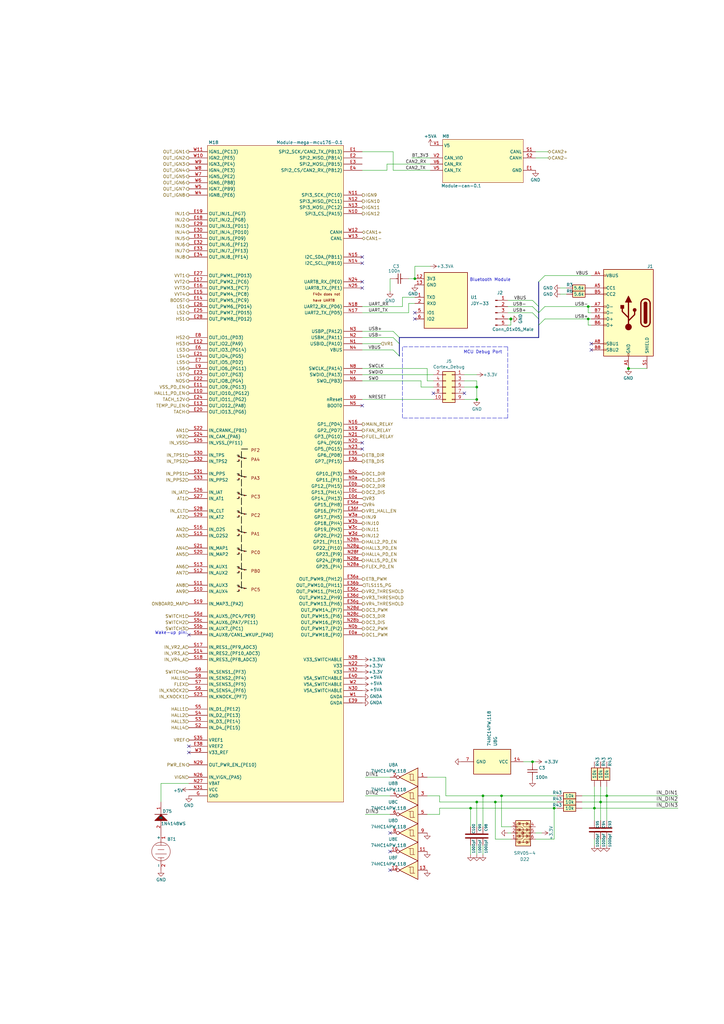
<source format=kicad_sch>
(kicad_sch (version 20230121) (generator eeschema)

  (uuid 924a3320-3a41-43c2-8fbc-0274b401c4f6)

  (paper "A3" portrait)

  

  (junction (at 243.84 331.47) (diameter 0) (color 0 0 0 0)
    (uuid 02fd1126-2b0b-41e9-851a-71a176bfdec7)
  )
  (junction (at 195.58 163.83) (diameter 0) (color 0 0 0 0)
    (uuid 14910746-d19e-4e65-90be-faba4f680835)
  )
  (junction (at 227.33 331.47) (diameter 0) (color 0 0 0 0)
    (uuid 1f6e6c72-d8f6-404b-af32-a09650a4bcf9)
  )
  (junction (at 218.44 312.42) (diameter 0) (color 0 0 0 0)
    (uuid 32dec292-fd95-4ab7-818e-dbd23ca2c140)
  )
  (junction (at 248.92 326.39) (diameter 0) (color 0 0 0 0)
    (uuid 4d374f94-b50c-41a3-9347-0cbe08d8c5bd)
  )
  (junction (at 195.58 328.93) (diameter 0) (color 0 0 0 0)
    (uuid 6c114146-8fbe-429b-bfa9-429d32b7d004)
  )
  (junction (at 257.81 151.13) (diameter 1.016) (color 0 0 0 0)
    (uuid 6c142162-3afd-455a-8684-e0fb4b2c3d13)
  )
  (junction (at 241.3 130.81) (diameter 0) (color 0 0 0 0)
    (uuid 972e28a7-4a1b-4d74-8d72-f734c46602af)
  )
  (junction (at 246.38 328.93) (diameter 0) (color 0 0 0 0)
    (uuid a0885210-96d1-47e4-b5fb-7f89cd54d3e3)
  )
  (junction (at 193.04 331.47) (diameter 0) (color 0 0 0 0)
    (uuid c37b1b08-b724-4a67-a815-16e35262a415)
  )
  (junction (at 209.55 130.81) (diameter 1.016) (color 0 0 0 0)
    (uuid cd1a38de-9500-4465-a7e4-1285f4f5682e)
  )
  (junction (at 205.74 326.39) (diameter 0) (color 0 0 0 0)
    (uuid dccc5dcc-dd0f-4b01-bd8b-451e5e700746)
  )
  (junction (at 241.3 125.73) (diameter 0) (color 0 0 0 0)
    (uuid e1a2f19e-db69-47c4-b04e-4a52d240c21e)
  )
  (junction (at 195.58 158.75) (diameter 0) (color 0 0 0 0)
    (uuid ee554f2b-7bc6-4cea-be28-d0506cffa505)
  )
  (junction (at 198.12 326.39) (diameter 0) (color 0 0 0 0)
    (uuid f7ea6694-48b7-4cc3-8fb6-22bc91131030)
  )
  (junction (at 203.2 328.93) (diameter 0) (color 0 0 0 0)
    (uuid f9c8576f-db98-4147-982d-1ecd536acb58)
  )
  (junction (at 170.18 114.3) (diameter 0) (color 0 0 0 0)
    (uuid fabfd55e-3ce1-46c1-9182-9e75f79b52e6)
  )

  (no_connect (at 77.47 260.35) (uuid 0352f803-8386-4202-8b56-ad41821d4d3e))
  (no_connect (at 160.02 356.87) (uuid 083a66bd-2386-4a75-b213-95fbbde746e8))
  (no_connect (at 242.57 143.51) (uuid 0b4b3399-1b7f-42c7-a2ed-3f5e8c182d4a))
  (no_connect (at 160.02 341.63) (uuid 331d4826-2119-4d22-b401-1fd3e0751b98))
  (no_connect (at 148.59 115.57) (uuid 5338c2ac-868b-4570-9486-9fc73c115bd6))
  (no_connect (at 160.02 349.25) (uuid 7f83ada3-0975-46f6-b170-b81148151648))
  (no_connect (at 148.59 166.37) (uuid 851cf0e3-4500-4eed-887a-85eeda8b4062))
  (no_connect (at 177.8 161.29) (uuid 90e3643c-d527-466a-b35c-adc6f08ed856))
  (no_connect (at 148.59 184.15) (uuid 926fd2eb-fa55-4ccc-86c8-70645d5ba468))
  (no_connect (at 170.18 128.27) (uuid 98a7e1a4-620c-4c51-9f2b-2cc45e20fae6))
  (no_connect (at 148.59 118.11) (uuid 9937daf5-c136-4d48-b7ae-55472be22a21))
  (no_connect (at 190.5 161.29) (uuid 9bbed5dd-c9d0-4627-9214-d164f2eb5c5d))
  (no_connect (at 148.59 107.95) (uuid a0b8915a-c2ac-4930-bf91-bee3c6b426c7))
  (no_connect (at 170.18 130.81) (uuid bcc7a2ad-7e26-445d-b78b-b214c83256ee))
  (no_connect (at 77.47 306.07) (uuid c22a397b-1284-42ad-8ba7-0d940168a556))
  (no_connect (at 148.59 105.41) (uuid e662c274-d374-453c-b296-61f14eefd03a))
  (no_connect (at 148.59 181.61) (uuid eebe067a-4514-4ea3-848f-0e1c77d0baeb))
  (no_connect (at 77.47 308.61) (uuid f242fda6-fc35-456b-b1ed-98d1f69077e0))
  (no_connect (at 242.57 140.97) (uuid f911dd4d-8b51-4edd-acdf-8fefe9d3116e))

  (bus_entry (at 218.44 125.73) (size 2.54 2.54)
    (stroke (width 0) (type default))
    (uuid 0013fcda-b83b-4621-80cb-fd02c8bc4f48)
  )
  (bus_entry (at 223.52 130.81) (size -2.54 2.54)
    (stroke (width 0.1524) (type solid))
    (uuid 034c32fa-48fd-45f4-9b6e-44e9cac26621)
  )
  (bus_entry (at 218.44 128.27) (size 2.54 2.54)
    (stroke (width 0) (type default))
    (uuid 039217e4-f080-42ae-b149-6da3241b699e)
  )
  (bus_entry (at 161.29 138.43) (size 2.54 2.54)
    (stroke (width 0.1524) (type solid))
    (uuid 18928c2b-e15c-4f8f-84eb-e1881c2adb55)
  )
  (bus_entry (at 218.44 123.19) (size 2.54 2.54)
    (stroke (width 0) (type default))
    (uuid 36f9c977-0d8d-4562-825c-71030ebb3d8e)
  )
  (bus_entry (at 161.29 143.51) (size 2.54 2.54)
    (stroke (width 0.1524) (type solid))
    (uuid 96d78b90-c565-4d87-b7ca-043baa660933)
  )
  (bus_entry (at 223.52 125.73) (size -2.54 2.54)
    (stroke (width 0.1524) (type solid))
    (uuid bc0b1ac2-29eb-42ea-929e-e8d98fd6048b)
  )
  (bus_entry (at 161.29 135.89) (size 2.54 2.54)
    (stroke (width 0.1524) (type solid))
    (uuid d5117b38-55a3-448d-9c2a-f8f49e2b427f)
  )
  (bus_entry (at 223.52 113.03) (size -2.54 2.54)
    (stroke (width 0.1524) (type solid))
    (uuid fdd6731b-afb8-46a9-8b76-0c43c9f8edd9)
  )

  (bus (pts (xy 220.98 125.73) (xy 220.98 128.27))
    (stroke (width 0) (type solid))
    (uuid 03ab22cd-6adc-4633-9251-cf42d9d04fb8)
  )

  (wire (pts (xy 170.18 109.22) (xy 170.18 114.3))
    (stroke (width 0) (type default))
    (uuid 0408cac2-0b94-4e89-93d5-636b59a39bb1)
  )
  (wire (pts (xy 228.6 331.47) (xy 227.33 331.47))
    (stroke (width 0) (type default))
    (uuid 07cde227-e5bd-4a47-a337-df702878c46b)
  )
  (wire (pts (xy 203.2 344.17) (xy 203.2 328.93))
    (stroke (width 0) (type default))
    (uuid 097f1448-307d-48e2-8acb-53deb6f32872)
  )
  (bus (pts (xy 163.83 140.97) (xy 163.83 146.05))
    (stroke (width 0) (type default))
    (uuid 0c934694-53ac-4e9b-b25c-084d6efea3da)
  )

  (wire (pts (xy 165.1 125.73) (xy 165.1 121.92))
    (stroke (width 0) (type default))
    (uuid 0d227e2f-d29f-47ce-bd0b-b68401ef73ec)
  )
  (wire (pts (xy 246.38 328.93) (xy 278.13 328.93))
    (stroke (width 0) (type default))
    (uuid 0d60d65e-2088-4c16-87b6-148e0a3862ec)
  )
  (wire (pts (xy 219.71 64.77) (xy 224.79 64.77))
    (stroke (width 0) (type default))
    (uuid 0f4834ec-3878-4b3d-9de0-1b71d1810a98)
  )
  (wire (pts (xy 205.74 339.09) (xy 205.74 326.39))
    (stroke (width 0) (type default))
    (uuid 0fdf8724-c4aa-4d0c-a6da-097eba2e41fb)
  )
  (wire (pts (xy 209.55 344.17) (xy 203.2 344.17))
    (stroke (width 0) (type default))
    (uuid 14dfab36-77ab-4e9a-9e37-8e2e2f4fbbbb)
  )
  (wire (pts (xy 66.04 321.31) (xy 66.04 328.93))
    (stroke (width 0) (type default))
    (uuid 17a7b631-d659-4ed5-a10f-0440a6e04ce6)
  )
  (wire (pts (xy 229.87 120.65) (xy 232.41 120.65))
    (stroke (width 0) (type default))
    (uuid 17e9c945-d8d7-49cc-a616-78c9daf3b05b)
  )
  (wire (pts (xy 167.64 114.3) (xy 170.18 114.3))
    (stroke (width 0) (type default))
    (uuid 18889636-2f93-40b9-b439-45fad62ff151)
  )
  (wire (pts (xy 209.55 133.35) (xy 209.55 130.81))
    (stroke (width 0) (type solid))
    (uuid 1a44764b-d663-4559-9e1e-412bb3e79c7c)
  )
  (wire (pts (xy 148.59 128.27) (xy 167.64 128.27))
    (stroke (width 0) (type default))
    (uuid 1e0e52c4-72a4-4df9-b830-596eea39a4ff)
  )
  (wire (pts (xy 243.84 322.58) (xy 243.84 331.47))
    (stroke (width 0) (type default))
    (uuid 2448bac7-4cec-4af4-8265-4863c8f3ef46)
  )
  (wire (pts (xy 148.59 151.13) (xy 175.26 151.13))
    (stroke (width 0) (type default))
    (uuid 257a88f6-ab0c-4bbd-bab4-4e3c620c04f3)
  )
  (wire (pts (xy 148.59 153.67) (xy 177.8 153.67))
    (stroke (width 0) (type default))
    (uuid 271e2f54-11d8-495c-a6c1-79910a768ce2)
  )
  (wire (pts (xy 161.29 69.85) (xy 176.53 69.85))
    (stroke (width 0) (type default))
    (uuid 29f1d964-5470-4801-b381-7efaaaa8803a)
  )
  (wire (pts (xy 156.21 140.97) (xy 148.59 140.97))
    (stroke (width 0) (type default))
    (uuid 2b25c40b-6a70-4673-8015-bc6047ab706f)
  )
  (wire (pts (xy 242.57 130.81) (xy 241.3 130.81))
    (stroke (width 0) (type solid))
    (uuid 2eb81a1c-10eb-4d9b-a826-a13ebe2dcd3e)
  )
  (wire (pts (xy 193.04 346.71) (xy 193.04 350.52))
    (stroke (width 0) (type default))
    (uuid 3328a491-d30e-4c9f-9ef3-79be8523c942)
  )
  (wire (pts (xy 193.04 339.09) (xy 193.04 331.47))
    (stroke (width 0) (type default))
    (uuid 37a00317-a228-4629-ae15-8abbb1139e0c)
  )
  (wire (pts (xy 218.44 312.42) (xy 219.71 312.42))
    (stroke (width 0) (type default))
    (uuid 38c4fae3-1919-48e0-965a-f081479e8dfc)
  )
  (wire (pts (xy 229.87 118.11) (xy 232.41 118.11))
    (stroke (width 0) (type default))
    (uuid 39ba4e27-cb2f-4997-aeda-92dc3e4d2fa8)
  )
  (wire (pts (xy 148.59 135.89) (xy 161.29 135.89))
    (stroke (width 0) (type solid))
    (uuid 3a8dc139-4b70-4853-981e-9a8056aafa88)
  )
  (wire (pts (xy 177.8 156.21) (xy 175.26 156.21))
    (stroke (width 0) (type default))
    (uuid 3b885de6-dfb8-42be-91d3-5a06f173ceb5)
  )
  (wire (pts (xy 248.92 326.39) (xy 248.92 336.55))
    (stroke (width 0) (type default))
    (uuid 3e42fced-42e5-4ee1-bc0f-22d1fa0cfab4)
  )
  (wire (pts (xy 148.59 143.51) (xy 161.29 143.51))
    (stroke (width 0) (type solid))
    (uuid 3e804074-c871-4450-a029-a592dda714c4)
  )
  (wire (pts (xy 182.88 326.39) (xy 182.88 318.77))
    (stroke (width 0) (type default))
    (uuid 3edc85ad-3d46-499b-9e55-05d87c540a5c)
  )
  (wire (pts (xy 180.34 334.01) (xy 180.34 331.47))
    (stroke (width 0) (type default))
    (uuid 411b74d1-7366-4d26-9090-64fe9593be08)
  )
  (wire (pts (xy 158.75 69.85) (xy 158.75 67.31))
    (stroke (width 0) (type default))
    (uuid 4132a2d4-657c-4cae-bbd7-23379cdd78ae)
  )
  (wire (pts (xy 148.59 125.73) (xy 165.1 125.73))
    (stroke (width 0) (type default))
    (uuid 41e12007-a44b-4dd6-b14a-b98b44ad7d85)
  )
  (wire (pts (xy 198.12 326.39) (xy 182.88 326.39))
    (stroke (width 0) (type default))
    (uuid 444dd3e5-ab07-4dac-bec3-13b28ca41eb2)
  )
  (wire (pts (xy 195.58 158.75) (xy 195.58 163.83))
    (stroke (width 0) (type default))
    (uuid 4515da72-8555-4f62-beed-00acefd7b1c7)
  )
  (wire (pts (xy 243.84 331.47) (xy 243.84 336.55))
    (stroke (width 0) (type default))
    (uuid 458a95bb-1d9a-473e-b8f2-e0bf7b957878)
  )
  (wire (pts (xy 148.59 156.21) (xy 172.72 156.21))
    (stroke (width 0) (type solid))
    (uuid 49bb42dd-2322-4e9b-919c-0a2c5ac6a2dd)
  )
  (wire (pts (xy 177.8 158.75) (xy 172.72 158.75))
    (stroke (width 0) (type default))
    (uuid 4e10180a-eaf4-4bfa-8708-f2f13f5f90bc)
  )
  (wire (pts (xy 161.29 62.23) (xy 161.29 69.85))
    (stroke (width 0) (type default))
    (uuid 4e1cfa12-7071-406b-90a6-fa62d43bfa19)
  )
  (wire (pts (xy 219.71 62.23) (xy 224.79 62.23))
    (stroke (width 0) (type default))
    (uuid 55d8a974-5e6c-4f80-94ab-45e335ddc90d)
  )
  (wire (pts (xy 180.34 326.39) (xy 180.34 328.93))
    (stroke (width 0) (type default))
    (uuid 5718493b-03fb-4b42-9e16-b349650e9183)
  )
  (wire (pts (xy 241.3 128.27) (xy 241.3 125.73))
    (stroke (width 0) (type default))
    (uuid 59c45232-dc2d-4fef-8df8-929671b13b75)
  )
  (wire (pts (xy 195.58 153.67) (xy 190.5 153.67))
    (stroke (width 0) (type default))
    (uuid 649922f7-3233-4e86-aeea-652368547bfa)
  )
  (wire (pts (xy 248.92 326.39) (xy 278.13 326.39))
    (stroke (width 0) (type default))
    (uuid 64af28a7-25e3-4be3-a911-79ac753ae8c8)
  )
  (wire (pts (xy 246.38 346.71) (xy 246.38 344.17))
    (stroke (width 0) (type default))
    (uuid 64b6b278-a7ee-4d67-afe6-b5509f8bf055)
  )
  (polyline (pts (xy 231.14 328.93) (xy 231.14 328.93))
    (stroke (width 0) (type default))
    (uuid 669cf5ca-7bc6-4384-917b-e9b7cf5db6a5)
  )

  (wire (pts (xy 149.86 318.77) (xy 160.02 318.77))
    (stroke (width 0) (type default))
    (uuid 6be61f96-ed55-47ca-bdbf-80594191c1a1)
  )
  (wire (pts (xy 149.86 326.39) (xy 160.02 326.39))
    (stroke (width 0) (type default))
    (uuid 6e9253d1-76ed-4abf-b3f7-5cb01ddaf6a9)
  )
  (wire (pts (xy 248.92 322.58) (xy 248.92 326.39))
    (stroke (width 0) (type default))
    (uuid 6f7b4c1a-2148-4c87-a091-44eddd1ed22a)
  )
  (wire (pts (xy 218.44 128.27) (xy 208.28 128.27))
    (stroke (width 0) (type solid))
    (uuid 6f9c233c-f3f9-4059-86be-4d0bee519a28)
  )
  (wire (pts (xy 195.58 163.83) (xy 190.5 163.83))
    (stroke (width 0) (type default))
    (uuid 73e642cb-4493-4275-ae2b-6d7365444ffe)
  )
  (polyline (pts (xy 165.1 171.45) (xy 165.1 142.24))
    (stroke (width 0) (type dash))
    (uuid 73fbba55-d637-4cb2-8530-a3d9f46d003b)
  )

  (wire (pts (xy 190.5 156.21) (xy 195.58 156.21))
    (stroke (width 0) (type default))
    (uuid 754af2bb-16cf-489f-b74c-4cfac71af8bf)
  )
  (wire (pts (xy 243.84 331.47) (xy 238.76 331.47))
    (stroke (width 0) (type default))
    (uuid 7576b6bc-f396-422b-b0b6-ded52e377302)
  )
  (wire (pts (xy 241.3 133.35) (xy 241.3 130.81))
    (stroke (width 0) (type default))
    (uuid 7857d649-a6a0-4cf6-833e-ae7417f20669)
  )
  (wire (pts (xy 170.18 121.92) (xy 165.1 121.92))
    (stroke (width 0) (type default))
    (uuid 78dbb4cd-4a9b-4305-9fa8-f450f7c70c88)
  )
  (bus (pts (xy 220.98 133.35) (xy 220.98 138.43))
    (stroke (width 0) (type default))
    (uuid 78f8dc27-a08a-4e70-86c2-3e873e3e3790)
  )

  (wire (pts (xy 243.84 331.47) (xy 278.13 331.47))
    (stroke (width 0) (type default))
    (uuid 7def2c62-0c60-418f-9420-e105ed4661ea)
  )
  (polyline (pts (xy 208.28 142.24) (xy 165.1 142.24))
    (stroke (width 0) (type dash))
    (uuid 7f21c7ab-f6e4-4aca-9e2c-515afcbed905)
  )

  (wire (pts (xy 160.02 119.38) (xy 160.02 114.3))
    (stroke (width 0) (type default))
    (uuid 830344e5-a26f-4782-8004-bfc773798deb)
  )
  (wire (pts (xy 208.28 133.35) (xy 209.55 133.35))
    (stroke (width 0) (type solid))
    (uuid 89de2e30-1ea4-4949-a152-e5ed12780546)
  )
  (wire (pts (xy 149.86 334.01) (xy 160.02 334.01))
    (stroke (width 0) (type default))
    (uuid 8b03019e-565e-417f-b8a0-30c2667cd5fc)
  )
  (wire (pts (xy 228.6 326.39) (xy 205.74 326.39))
    (stroke (width 0) (type default))
    (uuid 8c753c7f-10b9-45a9-b398-5979ec07b536)
  )
  (wire (pts (xy 241.3 130.81) (xy 223.52 130.81))
    (stroke (width 0) (type solid))
    (uuid 8d12b1fd-3757-4d96-b8d2-3e1902928788)
  )
  (wire (pts (xy 167.64 128.27) (xy 167.64 124.46))
    (stroke (width 0) (type default))
    (uuid 8dc85cd9-d616-4f2a-b7a7-801097e194a1)
  )
  (wire (pts (xy 148.59 138.43) (xy 161.29 138.43))
    (stroke (width 0) (type solid))
    (uuid 8f62d87b-0820-496f-9def-4ceae5f71541)
  )
  (wire (pts (xy 198.12 326.39) (xy 198.12 339.09))
    (stroke (width 0) (type default))
    (uuid 91c06c1f-59c1-46ce-b4a2-85221b80573b)
  )
  (wire (pts (xy 158.75 67.31) (xy 176.53 67.31))
    (stroke (width 0) (type default))
    (uuid 95dba941-1940-4d7a-9665-16ba7ac39c00)
  )
  (wire (pts (xy 175.26 334.01) (xy 180.34 334.01))
    (stroke (width 0) (type default))
    (uuid 99e7f22f-7518-4af4-8aef-c40f6970c641)
  )
  (wire (pts (xy 214.63 312.42) (xy 218.44 312.42))
    (stroke (width 0) (type default))
    (uuid a13fb1df-28aa-499c-ae58-1039780b0790)
  )
  (wire (pts (xy 218.44 125.73) (xy 208.28 125.73))
    (stroke (width 0) (type solid))
    (uuid a38d7049-0c4e-4c12-956e-67e9aac0c879)
  )
  (wire (pts (xy 265.43 151.13) (xy 257.81 151.13))
    (stroke (width 0) (type solid))
    (uuid a463c4dc-0e34-490c-bc96-41a2ee93300e)
  )
  (wire (pts (xy 209.55 339.09) (xy 205.74 339.09))
    (stroke (width 0) (type default))
    (uuid a7931bcc-9fb1-4818-9f2f-0d8abd885966)
  )
  (wire (pts (xy 148.59 69.85) (xy 158.75 69.85))
    (stroke (width 0) (type default))
    (uuid ac8db2f9-b182-4a21-9761-a441ca6865e6)
  )
  (bus (pts (xy 220.98 115.57) (xy 220.98 125.73))
    (stroke (width 0) (type default))
    (uuid ad8de507-9bdc-469c-87de-841ae7ef4a05)
  )

  (wire (pts (xy 209.55 341.63) (xy 208.28 341.63))
    (stroke (width 0) (type default))
    (uuid adcd62ec-2e4b-422c-8dc6-e14e2cb393a1)
  )
  (wire (pts (xy 198.12 346.71) (xy 198.12 350.52))
    (stroke (width 0) (type default))
    (uuid b2394f39-c8e9-42ae-a953-92785b54a485)
  )
  (wire (pts (xy 219.71 344.17) (xy 227.33 344.17))
    (stroke (width 0) (type default))
    (uuid b7e9d270-be27-47dd-8d74-33bae7fdbcef)
  )
  (wire (pts (xy 175.26 326.39) (xy 180.34 326.39))
    (stroke (width 0) (type default))
    (uuid b8bab9f8-8d36-4ddf-8d6d-382711bca9ad)
  )
  (wire (pts (xy 172.72 158.75) (xy 172.72 156.21))
    (stroke (width 0) (type default))
    (uuid b9e6c7e0-f94d-4f25-bf2b-61fb6832925b)
  )
  (wire (pts (xy 195.58 156.21) (xy 195.58 158.75))
    (stroke (width 0) (type default))
    (uuid bbef6824-63ab-4089-8331-6ffd9c0e6d79)
  )
  (polyline (pts (xy 208.28 171.45) (xy 208.28 142.24))
    (stroke (width 0) (type dash))
    (uuid c1817a89-40f5-4c57-8634-0097f54b21ce)
  )

  (wire (pts (xy 148.59 163.83) (xy 177.8 163.83))
    (stroke (width 0) (type default))
    (uuid c2601867-84f6-497b-84b9-921a1b1ea140)
  )
  (wire (pts (xy 242.57 133.35) (xy 241.3 133.35))
    (stroke (width 0) (type default))
    (uuid c56399fe-108e-4f5f-86ff-ccfcecb39070)
  )
  (wire (pts (xy 195.58 346.71) (xy 195.58 350.52))
    (stroke (width 0) (type default))
    (uuid c729c8b8-dc3b-4913-b611-c31c6606159e)
  )
  (bus (pts (xy 220.98 138.43) (xy 163.83 138.43))
    (stroke (width 0) (type default))
    (uuid cb302aae-cadc-48b8-af2b-41a66b97fbcf)
  )

  (wire (pts (xy 195.58 339.09) (xy 195.58 328.93))
    (stroke (width 0) (type default))
    (uuid cbadeaba-9749-4d84-b7d9-0ccbf628b7ce)
  )
  (wire (pts (xy 223.52 113.03) (xy 242.57 113.03))
    (stroke (width 0) (type solid))
    (uuid cdd9ecbf-3884-4d3e-a15f-3d43c33fde17)
  )
  (wire (pts (xy 175.26 156.21) (xy 175.26 151.13))
    (stroke (width 0) (type default))
    (uuid cf4d6265-aa1a-4af5-8fa3-1304089bd35b)
  )
  (wire (pts (xy 228.6 328.93) (xy 203.2 328.93))
    (stroke (width 0) (type default))
    (uuid d4591ceb-2821-4b49-ba21-d6b71d94cc9d)
  )
  (wire (pts (xy 148.59 62.23) (xy 161.29 62.23))
    (stroke (width 0) (type default))
    (uuid d6ebed14-4fb6-48a7-a2bd-80e286b46843)
  )
  (wire (pts (xy 209.55 130.81) (xy 208.28 130.81))
    (stroke (width 0) (type solid))
    (uuid d8a0350b-d659-4d0f-b9dc-f4a27ee6abfb)
  )
  (wire (pts (xy 180.34 328.93) (xy 195.58 328.93))
    (stroke (width 0) (type default))
    (uuid d94071e6-a886-4149-b8ce-7cf3f508c215)
  )
  (wire (pts (xy 243.84 346.71) (xy 243.84 344.17))
    (stroke (width 0) (type default))
    (uuid da56d5f9-fcd8-4042-b713-8e543619f5e1)
  )
  (wire (pts (xy 218.44 123.19) (xy 208.28 123.19))
    (stroke (width 0) (type solid))
    (uuid db3b9881-cd33-48c2-83c1-9526371a47b7)
  )
  (bus (pts (xy 220.98 128.27) (xy 220.98 130.81))
    (stroke (width 0) (type solid))
    (uuid dc08bf7f-9a3e-44db-9f05-2b92ca55bab2)
  )

  (wire (pts (xy 205.74 326.39) (xy 198.12 326.39))
    (stroke (width 0) (type default))
    (uuid dc1db4c3-30a8-4482-9f09-b74024eb1f97)
  )
  (wire (pts (xy 203.2 328.93) (xy 195.58 328.93))
    (stroke (width 0) (type default))
    (uuid dd17ff54-f2fd-4a41-9458-78df54f79e87)
  )
  (bus (pts (xy 220.98 130.81) (xy 220.98 133.35))
    (stroke (width 0) (type solid))
    (uuid de57b667-5b09-422e-91a8-d7195cc3e0d4)
  )

  (wire (pts (xy 248.92 326.39) (xy 238.76 326.39))
    (stroke (width 0) (type default))
    (uuid e15239b0-9eb5-4e7c-a122-a06607a9c197)
  )
  (wire (pts (xy 182.88 318.77) (xy 175.26 318.77))
    (stroke (width 0) (type default))
    (uuid e16de817-8a4a-492d-b2a6-52ee4213c7b1)
  )
  (wire (pts (xy 168.91 64.77) (xy 176.53 64.77))
    (stroke (width 0) (type default))
    (uuid e2654f9f-0467-4b14-81d0-b2412fda0a52)
  )
  (wire (pts (xy 170.18 109.22) (xy 176.53 109.22))
    (stroke (width 0) (type default))
    (uuid e294328a-3a8f-49f3-9f91-7ae42645137c)
  )
  (wire (pts (xy 242.57 125.73) (xy 241.3 125.73))
    (stroke (width 0) (type solid))
    (uuid e40e7521-9f7a-43f2-92d6-4cbc76d775a7)
  )
  (wire (pts (xy 242.57 128.27) (xy 241.3 128.27))
    (stroke (width 0) (type default))
    (uuid e6119778-6e8c-4c9d-86f2-3c9356e63e39)
  )
  (wire (pts (xy 222.25 341.63) (xy 219.71 341.63))
    (stroke (width 0) (type default))
    (uuid e9654e69-aacf-458c-88c4-dad8cd4047b8)
  )
  (polyline (pts (xy 208.28 171.45) (xy 165.1 171.45))
    (stroke (width 0) (type dash))
    (uuid ea2885e4-aece-45db-8daa-236622ceb20d)
  )

  (wire (pts (xy 227.33 331.47) (xy 193.04 331.47))
    (stroke (width 0) (type default))
    (uuid ee13f988-7ece-40ce-99b2-6fa36837e04c)
  )
  (wire (pts (xy 246.38 328.93) (xy 238.76 328.93))
    (stroke (width 0) (type default))
    (uuid f09fe65a-d1ed-4b71-8a02-2a7660491eb3)
  )
  (wire (pts (xy 246.38 322.58) (xy 246.38 328.93))
    (stroke (width 0) (type default))
    (uuid f1291be1-2787-48cc-8c11-beae55de14e4)
  )
  (wire (pts (xy 180.34 331.47) (xy 193.04 331.47))
    (stroke (width 0) (type default))
    (uuid f1beb13b-bfad-436f-8b53-ace526309f3d)
  )
  (wire (pts (xy 246.38 328.93) (xy 246.38 336.55))
    (stroke (width 0) (type default))
    (uuid f26ab34f-df19-4035-beac-ca11b0c3edbc)
  )
  (wire (pts (xy 248.92 346.71) (xy 248.92 344.17))
    (stroke (width 0) (type default))
    (uuid f26e9bba-a88f-47d9-b807-ef9aa8c98879)
  )
  (wire (pts (xy 241.3 125.73) (xy 223.52 125.73))
    (stroke (width 0) (type solid))
    (uuid f3ed5224-80d4-4d22-b368-a13e6ea9c993)
  )
  (bus (pts (xy 163.83 138.43) (xy 163.83 140.97))
    (stroke (width 0) (type default))
    (uuid f4fea250-de92-4644-8054-763ce0da9923)
  )

  (wire (pts (xy 190.5 158.75) (xy 195.58 158.75))
    (stroke (width 0) (type default))
    (uuid f645f7e2-1869-4e31-9df7-20ca9cf8dab3)
  )
  (wire (pts (xy 167.64 124.46) (xy 170.18 124.46))
    (stroke (width 0) (type default))
    (uuid f6b8b2af-2ff2-45c0-8c6f-8734c6031659)
  )
  (wire (pts (xy 227.33 344.17) (xy 227.33 331.47))
    (stroke (width 0) (type default))
    (uuid f947ae0f-22fc-4357-9c0a-ab5f52158028)
  )
  (wire (pts (xy 66.04 321.31) (xy 77.47 321.31))
    (stroke (width 0) (type default))
    (uuid fe53dca9-d3c6-4ff4-83b4-75c36a0ba45a)
  )

  (text "Bluetooth Module" (at 209.55 115.57 0)
    (effects (font (size 1.27 1.27)) (justify right bottom))
    (uuid 1e3dd194-f8ff-4a43-99de-692a4079c264)
  )
  (text "MCU Debug Port" (at 206.0246 145.2123 0)
    (effects (font (size 1.27 1.27)) (justify right bottom))
    (uuid 2733c497-5c18-44cb-b6aa-36e9ed6afb03)
  )
  (text "Wake-up pin:" (at 63.5 260.35 0)
    (effects (font (size 1.27 1.27)) (justify left bottom))
    (uuid e2f6524a-e88d-4365-89f5-2461455a8a1b)
  )

  (label "USB-" (at 151.13 138.43 0) (fields_autoplaced)
    (effects (font (size 1.27 1.27)) (justify left bottom))
    (uuid 09dfaac7-a00a-4c70-8339-cd1fd478c2a6)
  )
  (label "DIN3" (at 149.86 334.01 0) (fields_autoplaced)
    (effects (font (size 1.524 1.524)) (justify left bottom))
    (uuid 09f03dfa-2efe-42fd-acfd-b6851989ae36)
  )
  (label "SWDIO" (at 151.13 153.67 0) (fields_autoplaced)
    (effects (font (size 1.27 1.27)) (justify left bottom))
    (uuid 1413fe1a-3b32-4b1a-b98d-62e6df36a297)
  )
  (label "VBUS" (at 210.82 123.19 0) (fields_autoplaced)
    (effects (font (size 1.27 1.27)) (justify left bottom))
    (uuid 19e79605-58ff-415c-979a-19bb2e897475)
  )
  (label "CAN2_RX" (at 166.37 67.31 0) (fields_autoplaced)
    (effects (font (size 1.27 1.27)) (justify left bottom))
    (uuid 1be774a5-783f-4477-a1c1-6eeb7f243b31)
  )
  (label "IN_DIN1" (at 278.13 326.39 180) (fields_autoplaced)
    (effects (font (size 1.524 1.524)) (justify right bottom))
    (uuid 2b07801b-bc6e-4baf-9d7c-94d78275a192)
  )
  (label "DIN1" (at 149.86 318.77 0) (fields_autoplaced)
    (effects (font (size 1.524 1.524)) (justify left bottom))
    (uuid 4785187f-9c51-45b9-9b48-da532a731834)
  )
  (label "IN_DIN2" (at 278.13 328.93 180) (fields_autoplaced)
    (effects (font (size 1.524 1.524)) (justify right bottom))
    (uuid 4940a266-dc44-4ab4-8b22-971ea98f2643)
  )
  (label "BT_3V3" (at 168.91 64.77 0) (fields_autoplaced)
    (effects (font (size 1.27 1.27)) (justify left bottom))
    (uuid 56a0ca53-fb3c-4a99-8958-a3002a68fd75)
  )
  (label "CAN2_TX" (at 166.37 69.85 0) (fields_autoplaced)
    (effects (font (size 1.27 1.27)) (justify left bottom))
    (uuid 857ea79d-0ba9-491a-a5ac-a44265349f9f)
  )
  (label "USB+" (at 241.3 130.81 180) (fields_autoplaced)
    (effects (font (size 1.27 1.27)) (justify right bottom))
    (uuid 8809fa62-a418-4fc8-ae17-3672e11d92cb)
  )
  (label "NRESET" (at 151.13 163.83 0) (fields_autoplaced)
    (effects (font (size 1.27 1.27)) (justify left bottom))
    (uuid 9a1b44f2-0a83-4de4-bc9e-31fea3bfec0d)
  )
  (label "IN_DIN3" (at 278.13 331.47 180) (fields_autoplaced)
    (effects (font (size 1.524 1.524)) (justify right bottom))
    (uuid 9fed5df2-4230-473d-9214-ed67e72ddf67)
  )
  (label "VBUS" (at 151.13 143.51 0) (fields_autoplaced)
    (effects (font (size 1.27 1.27)) (justify left bottom))
    (uuid a1039e18-8c08-4b14-a04b-89a2819355fa)
  )
  (label "USB+" (at 215.9 128.27 180) (fields_autoplaced)
    (effects (font (size 1.27 1.27)) (justify right bottom))
    (uuid ba63e52c-8355-4b71-8f4f-460ef6c90882)
  )
  (label "VBUS" (at 236.22 113.03 0) (fields_autoplaced)
    (effects (font (size 1.27 1.27)) (justify left bottom))
    (uuid beaa1154-c8cd-47d5-9706-e06d84679674)
  )
  (label "USB-" (at 241.3 125.73 180) (fields_autoplaced)
    (effects (font (size 1.27 1.27)) (justify right bottom))
    (uuid c2135fb2-2fdd-4d6f-9a13-8e9ed0e9f70b)
  )
  (label "UART_TX" (at 151.13 128.27 0) (fields_autoplaced)
    (effects (font (size 1.27 1.27)) (justify left bottom))
    (uuid db0d4b29-916d-4c1e-bb31-f320412defae)
  )
  (label "DIN2" (at 149.86 326.39 0) (fields_autoplaced)
    (effects (font (size 1.524 1.524)) (justify left bottom))
    (uuid dba90062-c89f-4966-b894-107a1c173c98)
  )
  (label "SWO" (at 151.13 156.21 0) (fields_autoplaced)
    (effects (font (size 1.27 1.27)) (justify left bottom))
    (uuid dceea1e0-3e2a-42d5-8a7d-88bcbb7003e5)
  )
  (label "USB+" (at 151.13 135.89 0) (fields_autoplaced)
    (effects (font (size 1.27 1.27)) (justify left bottom))
    (uuid dd671447-ed58-49b2-84e8-aeea122ce4d4)
  )
  (label "UART_RX" (at 151.13 125.73 0) (fields_autoplaced)
    (effects (font (size 1.27 1.27)) (justify left bottom))
    (uuid e7c07a22-3239-49db-9aea-309e394fca65)
  )
  (label "SWCLK" (at 151.13 151.13 0) (fields_autoplaced)
    (effects (font (size 1.27 1.27)) (justify left bottom))
    (uuid ee25d2dd-8f8f-4358-a607-72d3a3e40ed7)
  )
  (label "USB-" (at 215.9 125.73 180) (fields_autoplaced)
    (effects (font (size 1.27 1.27)) (justify right bottom))
    (uuid f084d1f7-da28-4469-ba14-4deed6ff60b1)
  )

  (hierarchical_label "HS3" (shape output) (at 77.47 140.97 180) (fields_autoplaced)
    (effects (font (size 1.27 1.27)) (justify right))
    (uuid 020f2c14-759b-4269-afae-6d02c803e94b)
  )
  (hierarchical_label "LS7" (shape output) (at 77.47 153.67 180) (fields_autoplaced)
    (effects (font (size 1.27 1.27)) (justify right))
    (uuid 02fd3b2c-75de-4364-83df-b10541285f50)
  )
  (hierarchical_label "IN_PPS2" (shape input) (at 77.47 196.85 180) (fields_autoplaced)
    (effects (font (size 1.27 1.27)) (justify right))
    (uuid 04237a11-cb10-42a2-b677-420d3fba6366)
  )
  (hierarchical_label "FUEL_RELAY" (shape output) (at 148.59 179.07 0) (fields_autoplaced)
    (effects (font (size 1.27 1.27)) (justify left))
    (uuid 04620068-80dd-41c9-9d90-86c1078c5d8e)
  )
  (hierarchical_label "IN_TPS1" (shape input) (at 77.47 186.69 180) (fields_autoplaced)
    (effects (font (size 1.27 1.27)) (justify right))
    (uuid 062330e2-049c-43b6-a131-d94d7ebdcf92)
  )
  (hierarchical_label "INJ4" (shape output) (at 77.47 95.25 180) (fields_autoplaced)
    (effects (font (size 1.27 1.27)) (justify right))
    (uuid 072a69e0-0616-4e35-9715-5428f6a16f88)
  )
  (hierarchical_label "INJ10" (shape output) (at 148.59 214.63 0) (fields_autoplaced)
    (effects (font (size 1.27 1.27)) (justify left))
    (uuid 0990b727-f1a2-4239-8942-605a4ddbe16a)
  )
  (hierarchical_label "OUT_IGN5" (shape output) (at 77.47 72.39 180) (fields_autoplaced)
    (effects (font (size 1.27 1.27)) (justify right))
    (uuid 0a0121f9-24d4-4dd6-a6f6-ca57860f5aa9)
  )
  (hierarchical_label "AN1" (shape input) (at 77.47 176.53 180) (fields_autoplaced)
    (effects (font (size 1.27 1.27)) (justify right))
    (uuid 0c989ead-d92e-4d39-9b3f-99eb22685c11)
  )
  (hierarchical_label "HALL1" (shape input) (at 77.47 290.83 180) (fields_autoplaced)
    (effects (font (size 1.27 1.27)) (justify right))
    (uuid 0d5f1b91-e15a-490f-b46e-fe585d5fda00)
  )
  (hierarchical_label "DC1_DIS" (shape output) (at 148.59 196.85 0) (fields_autoplaced)
    (effects (font (size 1.27 1.27)) (justify left))
    (uuid 0ff41e77-473c-4b1c-9ab0-0fb99f7dbc9b)
  )
  (hierarchical_label "VVT1" (shape output) (at 77.47 113.03 180) (fields_autoplaced)
    (effects (font (size 1.27 1.27)) (justify right))
    (uuid 10b8ae48-edd7-4872-9c7b-4ba4d8b70005)
  )
  (hierarchical_label "IN_PPS1" (shape input) (at 77.47 194.31 180) (fields_autoplaced)
    (effects (font (size 1.27 1.27)) (justify right))
    (uuid 10f607aa-e0fb-4cf9-9278-e04e11d7c3f8)
  )
  (hierarchical_label "INJ3" (shape output) (at 77.47 92.71 180) (fields_autoplaced)
    (effects (font (size 1.27 1.27)) (justify right))
    (uuid 11b328a7-0272-4ed8-bc12-f1a9b9f47911)
  )
  (hierarchical_label "ETB_DIS" (shape output) (at 148.59 189.23 0) (fields_autoplaced)
    (effects (font (size 1.27 1.27)) (justify left))
    (uuid 11c37c6a-34df-4058-bcf1-1f9154e98322)
  )
  (hierarchical_label "LS2" (shape output) (at 77.47 128.27 180) (fields_autoplaced)
    (effects (font (size 1.27 1.27)) (justify right))
    (uuid 121a53bb-c614-4d2c-8abf-857b1d52424a)
  )
  (hierarchical_label "INJ7" (shape output) (at 77.47 102.87 180) (fields_autoplaced)
    (effects (font (size 1.27 1.27)) (justify right))
    (uuid 191286eb-c37b-4424-9044-d95a36e85ab7)
  )
  (hierarchical_label "AN3" (shape input) (at 77.47 219.71 180) (fields_autoplaced)
    (effects (font (size 1.27 1.27)) (justify right))
    (uuid 2662a341-27ab-42b9-ac8a-f65f54f72373)
  )
  (hierarchical_label "DC2_DIS" (shape output) (at 148.59 201.93 0) (fields_autoplaced)
    (effects (font (size 1.27 1.27)) (justify left))
    (uuid 28171b82-e1cb-4705-99fc-9b8f8486b690)
  )
  (hierarchical_label "DC3_DIR" (shape output) (at 148.59 252.73 0) (fields_autoplaced)
    (effects (font (size 1.27 1.27)) (justify left))
    (uuid 29bc21b7-7393-42f8-af53-ba9a9770a808)
  )
  (hierarchical_label "HALL3_PD_EN" (shape output) (at 148.59 224.79 0) (fields_autoplaced)
    (effects (font (size 1.27 1.27)) (justify left))
    (uuid 2a182686-d896-48b9-ae89-535a7baaa9c4)
  )
  (hierarchical_label "ONBOARD_MAP" (shape input) (at 77.47 247.65 180) (fields_autoplaced)
    (effects (font (size 1.27 1.27)) (justify right))
    (uuid 2a5c63d5-2845-4b82-bc3d-361d6deb4c64)
  )
  (hierarchical_label "VR4" (shape input) (at 148.59 207.01 0) (fields_autoplaced)
    (effects (font (size 1.27 1.27)) (justify left))
    (uuid 2d01bbc6-9739-4204-8604-e3a1df824eee)
  )
  (hierarchical_label "AT2" (shape input) (at 77.47 212.09 180) (fields_autoplaced)
    (effects (font (size 1.27 1.27)) (justify right))
    (uuid 2d2dea9b-64c3-457e-9b97-6e250cb527ca)
  )
  (hierarchical_label "SWITCH4" (shape input) (at 77.47 275.59 180) (fields_autoplaced)
    (effects (font (size 1.27 1.27)) (justify right))
    (uuid 2e15acdb-c1d0-49e4-9387-75c0a4c25035)
  )
  (hierarchical_label "OUT_IGN8" (shape output) (at 77.47 80.01 180) (fields_autoplaced)
    (effects (font (size 1.27 1.27)) (justify right))
    (uuid 310f9326-d4cf-43ae-9e9a-f96b73a753ec)
  )
  (hierarchical_label "HALL3" (shape input) (at 77.47 295.91 180) (fields_autoplaced)
    (effects (font (size 1.27 1.27)) (justify right))
    (uuid 339ec7d4-40b8-47d2-9fbc-f202dbff4f19)
  )
  (hierarchical_label "CAN2-" (shape bidirectional) (at 224.79 64.77 0) (fields_autoplaced)
    (effects (font (size 1.27 1.27)) (justify left))
    (uuid 34c70fd5-57fb-4a32-a992-a2cbf43b2cdf)
  )
  (hierarchical_label "DC3_PWM" (shape output) (at 148.59 250.19 0) (fields_autoplaced)
    (effects (font (size 1.27 1.27)) (justify left))
    (uuid 36c7c095-f399-4346-a4b7-201a7fe53fbf)
  )
  (hierarchical_label "DC1_PWM" (shape output) (at 148.59 260.35 0) (fields_autoplaced)
    (effects (font (size 1.27 1.27)) (justify left))
    (uuid 3b2fe684-8db3-4336-9619-c066a7010efb)
  )
  (hierarchical_label "AT1" (shape input) (at 77.47 204.47 180) (fields_autoplaced)
    (effects (font (size 1.27 1.27)) (justify right))
    (uuid 3ca68b0c-4fe1-43d9-beb7-b9e013a137af)
  )
  (hierarchical_label "IGN10" (shape output) (at 148.59 82.55 0) (fields_autoplaced)
    (effects (font (size 1.27 1.27)) (justify left))
    (uuid 408f7b8c-688e-460d-b2ce-50def5fda108)
  )
  (hierarchical_label "VR2_THRESHOLD" (shape output) (at 148.59 242.57 0) (fields_autoplaced)
    (effects (font (size 1.27 1.27)) (justify left))
    (uuid 48ae045a-9bfc-4231-b119-9614c36628e1)
  )
  (hierarchical_label "AN6" (shape input) (at 77.47 232.41 180) (fields_autoplaced)
    (effects (font (size 1.27 1.27)) (justify right))
    (uuid 498e750b-4809-4d5d-a021-5092cb705b96)
  )
  (hierarchical_label "VVT4" (shape output) (at 77.47 120.65 180) (fields_autoplaced)
    (effects (font (size 1.27 1.27)) (justify right))
    (uuid 4f7d5c4b-90fb-4901-a1d6-69cd77af0c85)
  )
  (hierarchical_label "OUT_IGN1" (shape output) (at 77.47 62.23 180) (fields_autoplaced)
    (effects (font (size 1.27 1.27)) (justify right))
    (uuid 537a4b8c-670a-42f2-83c5-ac87bc540196)
  )
  (hierarchical_label "HS1" (shape output) (at 77.47 130.81 180) (fields_autoplaced)
    (effects (font (size 1.27 1.27)) (justify right))
    (uuid 548d4a5f-b10b-4417-b63d-0e5634751c10)
  )
  (hierarchical_label "OUT_IGN6" (shape output) (at 77.47 74.93 180) (fields_autoplaced)
    (effects (font (size 1.27 1.27)) (justify right))
    (uuid 55fc1247-48af-40fb-b241-0fcbe18adefb)
  )
  (hierarchical_label "INJ9" (shape output) (at 148.59 212.09 0) (fields_autoplaced)
    (effects (font (size 1.27 1.27)) (justify left))
    (uuid 5df8436f-be80-414d-8e1b-742e1b001914)
  )
  (hierarchical_label "HS2" (shape output) (at 77.47 138.43 180) (fields_autoplaced)
    (effects (font (size 1.27 1.27)) (justify right))
    (uuid 5ea62e44-8ad2-417e-bdff-01bce859c6b8)
  )
  (hierarchical_label "IN_CLT" (shape input) (at 77.47 209.55 180) (fields_autoplaced)
    (effects (font (size 1.27 1.27)) (justify right))
    (uuid 5eb71031-345b-4786-b30a-a4a52538eaff)
  )
  (hierarchical_label "NOS" (shape output) (at 77.47 156.21 180) (fields_autoplaced)
    (effects (font (size 1.27 1.27)) (justify right))
    (uuid 64147018-cf45-4227-a3a7-c6c8e21b180a)
  )
  (hierarchical_label "VVT2" (shape output) (at 77.47 115.57 180) (fields_autoplaced)
    (effects (font (size 1.27 1.27)) (justify right))
    (uuid 64c13f22-a1b2-46ed-9960-edd54a10c5a3)
  )
  (hierarchical_label "LS3" (shape output) (at 77.47 143.51 180) (fields_autoplaced)
    (effects (font (size 1.27 1.27)) (justify right))
    (uuid 65430f2b-ed81-477f-bfed-ad03cc355cab)
  )
  (hierarchical_label "INJ1" (shape output) (at 77.47 87.63 180) (fields_autoplaced)
    (effects (font (size 1.27 1.27)) (justify right))
    (uuid 67de52cc-c0a7-4c87-96e9-6e7cc4d67620)
  )
  (hierarchical_label "VVT3" (shape output) (at 77.47 118.11 180) (fields_autoplaced)
    (effects (font (size 1.27 1.27)) (justify right))
    (uuid 69392b27-646f-4459-bf3b-f26bc8aaff5e)
  )
  (hierarchical_label "TACH" (shape output) (at 77.47 168.91 180) (fields_autoplaced)
    (effects (font (size 1.27 1.27)) (justify right))
    (uuid 695aa3d3-e056-4d95-9b3e-b75153cd1755)
  )
  (hierarchical_label "PWR_EN" (shape output) (at 77.47 313.69 180) (fields_autoplaced)
    (effects (font (size 1.27 1.27)) (justify right))
    (uuid 69c710b0-3edf-4f51-916e-3ced7b3177de)
  )
  (hierarchical_label "OUT_IGN3" (shape output) (at 77.47 67.31 180) (fields_autoplaced)
    (effects (font (size 1.27 1.27)) (justify right))
    (uuid 6c6df3a1-32cf-46a7-ac3e-41fe44bf90c8)
  )
  (hierarchical_label "IGN11" (shape output) (at 148.59 85.09 0) (fields_autoplaced)
    (effects (font (size 1.27 1.27)) (justify left))
    (uuid 7146fa38-9bdb-48b8-be24-a30b5e7b74e6)
  )
  (hierarchical_label "DC1_DIR" (shape output) (at 148.59 194.31 0) (fields_autoplaced)
    (effects (font (size 1.27 1.27)) (justify left))
    (uuid 720c0075-6efa-401d-93cf-1f83969aa8d9)
  )
  (hierarchical_label "HALL2" (shape input) (at 77.47 293.37 180) (fields_autoplaced)
    (effects (font (size 1.27 1.27)) (justify right))
    (uuid 72dd7587-6e84-4669-b099-bd2445a6e811)
  )
  (hierarchical_label "INJ8" (shape output) (at 77.47 105.41 180) (fields_autoplaced)
    (effects (font (size 1.27 1.27)) (justify right))
    (uuid 750856f9-1cb4-495a-b5ef-ebff6f7ad8b7)
  )
  (hierarchical_label "AN4" (shape input) (at 77.47 224.79 180) (fields_autoplaced)
    (effects (font (size 1.27 1.27)) (justify right))
    (uuid 7b5063c3-2215-422d-b621-7edb6f6276eb)
  )
  (hierarchical_label "VR3_THRESHOLD" (shape output) (at 148.59 245.11 0) (fields_autoplaced)
    (effects (font (size 1.27 1.27)) (justify left))
    (uuid 7b5ccb4d-0629-4395-a873-7d34da125c81)
  )
  (hierarchical_label "IN_VR3_A" (shape input) (at 77.47 267.97 180) (fields_autoplaced)
    (effects (font (size 1.27 1.27)) (justify right))
    (uuid 7bf09c5e-5105-4cfe-8940-bfcb7e89c333)
  )
  (hierarchical_label "DC3_DIS" (shape output) (at 148.59 255.27 0) (fields_autoplaced)
    (effects (font (size 1.27 1.27)) (justify left))
    (uuid 7d8c86d6-b060-4700-8131-e11b2b86bdda)
  )
  (hierarchical_label "VR3" (shape input) (at 148.59 204.47 0) (fields_autoplaced)
    (effects (font (size 1.27 1.27)) (justify left))
    (uuid 816296aa-78e7-49cd-b566-5176aeca0ce9)
  )
  (hierarchical_label "DC2_PWM" (shape output) (at 148.59 257.81 0) (fields_autoplaced)
    (effects (font (size 1.27 1.27)) (justify left))
    (uuid 8247568b-4dc3-4151-aa3b-04634de57b56)
  )
  (hierarchical_label "LS4" (shape output) (at 77.47 146.05 180) (fields_autoplaced)
    (effects (font (size 1.27 1.27)) (justify right))
    (uuid 82a3f9f9-7772-4318-9341-199b418f8fd9)
  )
  (hierarchical_label "TEMP_PU_EN" (shape output) (at 77.47 166.37 180) (fields_autoplaced)
    (effects (font (size 1.27 1.27)) (justify right))
    (uuid 84984df5-7691-42a1-aec7-61e3adb81796)
  )
  (hierarchical_label "VR2" (shape input) (at 77.47 179.07 180) (fields_autoplaced)
    (effects (font (size 1.27 1.27)) (justify right))
    (uuid 869f89b8-789d-407c-ac17-cb727abf4510)
  )
  (hierarchical_label "FLEX_PD_EN" (shape output) (at 148.59 232.41 0) (fields_autoplaced)
    (effects (font (size 1.27 1.27)) (justify left))
    (uuid 88cee65a-f17d-425c-b737-a576b78cdbaa)
  )
  (hierarchical_label "AN2" (shape input) (at 77.47 217.17 180) (fields_autoplaced)
    (effects (font (size 1.27 1.27)) (justify right))
    (uuid 88e88125-01a1-4230-a830-142a7acb5179)
  )
  (hierarchical_label "HALL1_PD_EN" (shape output) (at 77.47 161.29 180) (fields_autoplaced)
    (effects (font (size 1.27 1.27)) (justify right))
    (uuid 8c0a002d-fe7f-4337-a283-8ff8879bd899)
  )
  (hierarchical_label "LS5" (shape output) (at 77.47 148.59 180) (fields_autoplaced)
    (effects (font (size 1.27 1.27)) (justify right))
    (uuid 8e4663c7-48c2-4c7f-a398-1b7dacebfb42)
  )
  (hierarchical_label "OUT_IGN2" (shape output) (at 77.47 64.77 180) (fields_autoplaced)
    (effects (font (size 1.27 1.27)) (justify right))
    (uuid 90dbcd0c-01d5-4244-841c-6a5a0e36407b)
  )
  (hierarchical_label "OUT_IGN7" (shape output) (at 77.47 77.47 180) (fields_autoplaced)
    (effects (font (size 1.27 1.27)) (justify right))
    (uuid 938f8447-8952-4957-bd13-b54959017337)
  )
  (hierarchical_label "VSS_PD_EN" (shape output) (at 77.47 158.75 180) (fields_autoplaced)
    (effects (font (size 1.27 1.27)) (justify right))
    (uuid 97e2f8cd-471a-4472-96a9-7a628e9f806e)
  )
  (hierarchical_label "FLEX" (shape input) (at 77.47 280.67 180) (fields_autoplaced)
    (effects (font (size 1.27 1.27)) (justify right))
    (uuid 9a957cea-08b9-413e-9793-037a95b65cde)
  )
  (hierarchical_label "LS6" (shape output) (at 77.47 151.13 180) (fields_autoplaced)
    (effects (font (size 1.27 1.27)) (justify right))
    (uuid 9d917867-0df6-49cd-93e9-4b843815c9d3)
  )
  (hierarchical_label "INJ12" (shape output) (at 148.59 219.71 0) (fields_autoplaced)
    (effects (font (size 1.27 1.27)) (justify left))
    (uuid a2be10cf-3506-4b7e-9566-587b1e98c5f6)
  )
  (hierarchical_label "CAN1-" (shape bidirectional) (at 148.59 97.79 0) (fields_autoplaced)
    (effects (font (size 1.27 1.27)) (justify left))
    (uuid abff9b03-56b3-4d98-8fa2-5ab60eefc5b7)
  )
  (hierarchical_label "INJ2" (shape output) (at 77.47 90.17 180) (fields_autoplaced)
    (effects (font (size 1.27 1.27)) (justify right))
    (uuid adbab203-7522-4355-9fc9-2307d1d9c4e2)
  )
  (hierarchical_label "ETB_DIR" (shape output) (at 148.59 186.69 0) (fields_autoplaced)
    (effects (font (size 1.27 1.27)) (justify left))
    (uuid ade33bc9-142a-4afb-bd3a-fe8841fedc92)
  )
  (hierarchical_label "BOOST" (shape output) (at 77.47 123.19 180) (fields_autoplaced)
    (effects (font (size 1.27 1.27)) (justify right))
    (uuid aea619fd-463d-4caf-b54b-c2f5893ddc22)
  )
  (hierarchical_label "IN_KNOCK1" (shape input) (at 77.47 285.75 180) (fields_autoplaced)
    (effects (font (size 1.27 1.27)) (justify right))
    (uuid b1f5921c-0713-402d-8421-a258048c1f38)
  )
  (hierarchical_label "AN9" (shape input) (at 77.47 242.57 180) (fields_autoplaced)
    (effects (font (size 1.27 1.27)) (justify right))
    (uuid b28cecd5-d6ab-4a50-ab74-b18b728cb110)
  )
  (hierarchical_label "SWITCH1" (shape input) (at 77.47 252.73 180) (fields_autoplaced)
    (effects (font (size 1.27 1.27)) (justify right))
    (uuid b46a01d9-53b0-4830-88fa-b39681085024)
  )
  (hierarchical_label "IN_IAT" (shape input) (at 77.47 201.93 180) (fields_autoplaced)
    (effects (font (size 1.27 1.27)) (justify right))
    (uuid b89e49de-78fd-4a49-9ef6-666f823c353c)
  )
  (hierarchical_label "HALL2_PD_EN" (shape output) (at 148.59 222.25 0) (fields_autoplaced)
    (effects (font (size 1.27 1.27)) (justify left))
    (uuid b9321698-809b-4e33-b28b-b821297dbefb)
  )
  (hierarchical_label "SWITCH3" (shape input) (at 77.47 257.81 180) (fields_autoplaced)
    (effects (font (size 1.27 1.27)) (justify right))
    (uuid bc4f6f4b-0daa-4150-8960-d46deab19d7d)
  )
  (hierarchical_label "IGN9" (shape output) (at 148.59 80.01 0) (fields_autoplaced)
    (effects (font (size 1.27 1.27)) (justify left))
    (uuid c0fbde66-01ca-4e0b-b1f8-9b79df28aa73)
  )
  (hierarchical_label "IN_VR4_A" (shape input) (at 77.47 270.51 180) (fields_autoplaced)
    (effects (font (size 1.27 1.27)) (justify right))
    (uuid c17c87be-13dc-4ffb-874e-8ae41fba6a73)
  )
  (hierarchical_label "IN_KNOCK2" (shape input) (at 77.47 283.21 180) (fields_autoplaced)
    (effects (font (size 1.27 1.27)) (justify right))
    (uuid c371a3fb-56e8-4778-895f-b218daa6f489)
  )
  (hierarchical_label "AN7" (shape input) (at 77.47 234.95 180) (fields_autoplaced)
    (effects (font (size 1.27 1.27)) (justify right))
    (uuid c3f932ad-2f22-4900-8d0d-043f45cf8cf7)
  )
  (hierarchical_label "HALL5" (shape input) (at 77.47 278.13 180) (fields_autoplaced)
    (effects (font (size 1.27 1.27)) (justify right))
    (uuid c57386a4-cf84-4c45-8c0f-30cf0bf9d341)
  )
  (hierarchical_label "SWITCH2" (shape input) (at 77.47 255.27 180) (fields_autoplaced)
    (effects (font (size 1.27 1.27)) (justify right))
    (uuid c97ed9dd-2e84-463b-841f-f78a48d1c53f)
  )
  (hierarchical_label "VIGN" (shape input) (at 77.47 318.77 180) (fields_autoplaced)
    (effects (font (size 1.27 1.27)) (justify right))
    (uuid ca098b12-b36b-4098-afe5-956a5ff45860)
  )
  (hierarchical_label "INJ5" (shape output) (at 77.47 97.79 180) (fields_autoplaced)
    (effects (font (size 1.27 1.27)) (justify right))
    (uuid cf0d0fe2-7df6-4591-9a15-103bdd3f6fb9)
  )
  (hierarchical_label "OUT_IGN4" (shape output) (at 77.47 69.85 180) (fields_autoplaced)
    (effects (font (size 1.27 1.27)) (justify right))
    (uuid cfc73812-28c4-438b-9974-a9ee1730d4aa)
  )
  (hierarchical_label "TACH_12V" (shape output) (at 77.47 163.83 180) (fields_autoplaced)
    (effects (font (size 1.27 1.27)) (justify right))
    (uuid d32632a7-2862-4dc6-b732-6b813c00e3bb)
  )
  (hierarchical_label "VR1_HALL_EN" (shape output) (at 148.59 209.55 0) (fields_autoplaced)
    (effects (font (size 1.27 1.27)) (justify left))
    (uuid d69b03b9-bef3-4559-a9e0-ce42ba50a6a1)
  )
  (hierarchical_label "VR4_THRESHOLD" (shape output) (at 148.59 247.65 0) (fields_autoplaced)
    (effects (font (size 1.27 1.27)) (justify left))
    (uuid d76dd32c-6ca8-4d33-aac4-625164cdc73b)
  )
  (hierarchical_label "IGN12" (shape output) (at 148.59 87.63 0) (fields_autoplaced)
    (effects (font (size 1.27 1.27)) (justify left))
    (uuid db6d9a0c-5efe-42bc-ba06-e3eb87008070)
  )
  (hierarchical_label "DC2_DIR" (shape output) (at 148.59 199.39 0) (fields_autoplaced)
    (effects (font (size 1.27 1.27)) (justify left))
    (uuid dba0c8c1-f9f1-42a0-bc56-9faf1766197c)
  )
  (hierarchical_label "HALL4_PD_EN" (shape output) (at 148.59 227.33 0) (fields_autoplaced)
    (effects (font (size 1.27 1.27)) (justify left))
    (uuid dbe421aa-a0f2-4062-99ea-0e1edbf36a3d)
  )
  (hierarchical_label "HALL5_PD_EN" (shape output) (at 148.59 229.87 0) (fields_autoplaced)
    (effects (font (size 1.27 1.27)) (justify left))
    (uuid dbef1b06-ad85-4b42-a3f0-f1cb9c89d1c7)
  )
  (hierarchical_label "INJ6" (shape output) (at 77.47 100.33 180) (fields_autoplaced)
    (effects (font (size 1.27 1.27)) (justify right))
    (uuid e0e66eaf-e5d9-45cb-84b3-bd7711d73da4)
  )
  (hierarchical_label "HALL4" (shape input) (at 77.47 298.45 180) (fields_autoplaced)
    (effects (font (size 1.27 1.27)) (justify right))
    (uuid e465429a-2b7b-4993-a5a3-d2d9ded0cc6d)
  )
  (hierarchical_label "VREF" (shape output) (at 77.47 303.53 180) (fields_autoplaced)
    (effects (font (size 1.27 1.27)) (justify right))
    (uuid e530157d-1736-40b4-ac85-1311ce523945)
  )
  (hierarchical_label "FAN_RELAY" (shape output) (at 148.59 176.53 0) (fields_autoplaced)
    (effects (font (size 1.27 1.27)) (justify left))
    (uuid e632164a-5683-4818-aa26-3ef8f9c984eb)
  )
  (hierarchical_label "IN_TPS2" (shape input) (at 77.47 189.23 180) (fields_autoplaced)
    (effects (font (size 1.27 1.27)) (justify right))
    (uuid e6a83cdc-8661-4b66-a325-55e0da9490db)
  )
  (hierarchical_label "INJ11" (shape output) (at 148.59 217.17 0) (fields_autoplaced)
    (effects (font (size 1.27 1.27)) (justify left))
    (uuid e934fd85-ab25-4474-87f9-c5ae11f717cf)
  )
  (hierarchical_label "VR1" (shape input) (at 156.21 140.97 0) (fields_autoplaced)
    (effects (font (size 1.27 1.27)) (justify left))
    (uuid f0d450da-111e-4ce5-bad5-61581c27f29e)
  )
  (hierarchical_label "MAIN_RELAY" (shape output) (at 148.59 173.99 0) (fields_autoplaced)
    (effects (font (size 1.27 1.27)) (justify left))
    (uuid f0e3035f-5cf3-4077-ade4-30879fb05166)
  )
  (hierarchical_label "CAN1+" (shape bidirectional) (at 148.59 95.25 0) (fields_autoplaced)
    (effects (font (size 1.27 1.27)) (justify left))
    (uuid f180aa6d-f3a9-47b8-81a6-c52178e7b652)
  )
  (hierarchical_label "IN_VSS" (shape input) (at 77.47 181.61 180) (fields_autoplaced)
    (effects (font (size 1.27 1.27)) (justify right))
    (uuid f41091fa-0600-4b5b-94fe-e004b4ed2294)
  )
  (hierarchical_label "IN_VR2_A" (shape input) (at 77.47 265.43 180) (fields_autoplaced)
    (effects (font (size 1.27 1.27)) (justify right))
    (uuid f5e5b696-16a0-4a24-94ef-b8ff4340e8d8)
  )
  (hierarchical_label "ETB_PWM" (shape output) (at 148.59 237.49 0) (fields_autoplaced)
    (effects (font (size 1.27 1.27)) (justify left))
    (uuid f7a16e0b-7f64-479e-aa79-3bf102a4ad3a)
  )
  (hierarchical_label "CAN2+" (shape bidirectional) (at 224.79 62.23 0) (fields_autoplaced)
    (effects (font (size 1.27 1.27)) (justify left))
    (uuid f916c741-81be-4ef3-a308-e75e8de78ef0)
  )
  (hierarchical_label "TLS115_PG" (shape input) (at 148.59 240.03 0) (fields_autoplaced)
    (effects (font (size 1.27 1.27)) (justify left))
    (uuid f9a39c93-51f2-4cb4-9e04-aa6ccff4aa29)
  )
  (hierarchical_label "AN8" (shape input) (at 77.47 240.03 180) (fields_autoplaced)
    (effects (font (size 1.27 1.27)) (justify right))
    (uuid fb1dbba8-0ee2-4df3-9dc9-434d1bd7fd5b)
  )
  (hierarchical_label "LS1" (shape output) (at 77.47 125.73 180) (fields_autoplaced)
    (effects (font (size 1.27 1.27)) (justify right))
    (uuid fd07c550-7491-4431-9334-eacf87b40cca)
  )
  (hierarchical_label "AN5" (shape input) (at 77.47 227.33 180) (fields_autoplaced)
    (effects (font (size 1.27 1.27)) (justify right))
    (uuid fe1258e3-0528-4463-a81d-495a38509c9d)
  )

  (symbol (lib_id "Device:C") (at 243.84 340.36 180) (unit 1)
    (in_bom yes) (on_board yes) (dnp no)
    (uuid 040827fb-1217-483b-a04c-790a6c82e923)
    (property "Reference" "C95" (at 245.11 336.55 90)
      (effects (font (size 1.016 1.016)) (justify left))
    )
    (property "Value" "1000pF" (at 245.11 341.63 90)
      (effects (font (size 1.016 1.016)) (justify left))
    )
    (property "Footprint" "Capacitor_SMD:C_0603_1608Metric" (at 265.938 312.42 90)
      (effects (font (size 1.524 1.524)) hide)
    )
    (property "Datasheet" "" (at 176.53 313.055 0)
      (effects (font (size 1.524 1.524)) hide)
    )
    (property "LCSC" "C106247" (at 243.84 340.36 0)
      (effects (font (size 1.27 1.27)) hide)
    )
    (pin "1" (uuid 6af193a0-8e9a-45df-9912-1b4cd0b6074e))
    (pin "2" (uuid 4da96fc8-1bed-434e-a843-8474916e3aa4))
    (instances
      (project "GDI-4ch"
        (path "/03caada9-9e22-4e2d-9035-b15433dfbb17"
          (reference "C95") (unit 1)
        )
      )
      (project "alphax_8ch"
        (path "/63d2dd9f-d5ff-4811-a88d-0ba932475460/5e6758cb-9f53-4408-bcb6-fb57a3a22748"
          (reference "C22") (unit 1)
        )
      )
    )
  )

  (symbol (lib_id "74xx:74HC14") (at 167.64 356.87 0) (mirror y) (unit 6)
    (in_bom yes) (on_board yes) (dnp no)
    (uuid 06b43a76-6567-428c-a416-8a105fff6771)
    (property "Reference" "U8" (at 161.29 351.79 0)
      (effects (font (size 1.27 1.27)))
    )
    (property "Value" "74HC14PW,118" (at 159.385 354.33 0)
      (effects (font (size 1.27 1.27)))
    )
    (property "Footprint" "Package_SO:TSSOP-14_4.4x5mm_P0.65mm" (at 167.64 356.87 0)
      (effects (font (size 1.27 1.27)) hide)
    )
    (property "Datasheet" "http://www.ti.com/lit/gpn/sn74HC14" (at 167.64 356.87 0)
      (effects (font (size 1.27 1.27)) hide)
    )
    (pin "1" (uuid c4be120b-5f9f-4781-948b-94064b4d8e73))
    (pin "2" (uuid f1303111-80cc-42f7-94c7-8421d9bd57fe))
    (pin "3" (uuid 9c874a3e-8ef2-4932-831a-997c2d8eb0a1))
    (pin "4" (uuid 24e6f4cb-6211-4681-b010-04dc4184b079))
    (pin "5" (uuid 23214798-3d22-4079-ad36-4d8a62fcab78))
    (pin "6" (uuid 93450725-8239-4a24-a8f0-92108bfbcd70))
    (pin "8" (uuid 96a1fcfb-3b99-4038-9f92-103c2b5c3134))
    (pin "9" (uuid e369ba21-1332-45d8-87de-fa5c414d7e9d))
    (pin "10" (uuid 6129bcf7-1f66-49b4-b3e5-fa916625362a))
    (pin "11" (uuid 37de8243-7069-4b08-aa77-ebdab49c777a))
    (pin "12" (uuid a324b648-f655-4118-8bbd-13cec04b0872))
    (pin "13" (uuid de22f934-9cc1-4d9a-91f1-64318a2926bb))
    (pin "14" (uuid d57161bc-5a80-4f77-95d6-2d908ec1e645))
    (pin "7" (uuid 63b1dfb9-7ec0-404f-95de-5fa0a2e7f667))
    (instances
      (project "GDI-4ch"
        (path "/03caada9-9e22-4e2d-9035-b15433dfbb17"
          (reference "U8") (unit 6)
        )
      )
      (project "alphax_8ch"
        (path "/63d2dd9f-d5ff-4811-a88d-0ba932475460/5e6758cb-9f53-4408-bcb6-fb57a3a22748"
          (reference "U13") (unit 6)
        )
      )
    )
  )

  (symbol (lib_id "power:GND") (at 229.87 118.11 270) (mirror x) (unit 1)
    (in_bom yes) (on_board yes) (dnp no)
    (uuid 09689a48-e765-4e8b-8db1-9f4c87efa2c0)
    (property "Reference" "#PWR010" (at 223.52 118.11 0)
      (effects (font (size 1.27 1.27)) hide)
    )
    (property "Value" "GND" (at 224.79 118.11 90)
      (effects (font (size 1.27 1.27)))
    )
    (property "Footprint" "" (at 229.87 118.11 0)
      (effects (font (size 1.27 1.27)) hide)
    )
    (property "Datasheet" "" (at 229.87 118.11 0)
      (effects (font (size 1.27 1.27)) hide)
    )
    (pin "1" (uuid d2d867c2-8d07-4449-9964-703538386ebb))
    (instances
      (project "alphax_8ch"
        (path "/63d2dd9f-d5ff-4811-a88d-0ba932475460"
          (reference "#PWR010") (unit 1)
        )
        (path "/63d2dd9f-d5ff-4811-a88d-0ba932475460/5e6758cb-9f53-4408-bcb6-fb57a3a22748"
          (reference "#PWR0254") (unit 1)
        )
      )
    )
  )

  (symbol (lib_id "hellen-one-common:Cap") (at 218.44 316.23 90) (unit 1)
    (in_bom yes) (on_board yes) (dnp no)
    (uuid 0e892339-b5a8-4a8b-b501-5e3dbecc2a21)
    (property "Reference" "C3" (at 220.98 314.96 90)
      (effects (font (size 1.27 1.27)) (justify right))
    )
    (property "Value" "100n" (at 219.71 318.77 90)
      (effects (font (size 1.27 1.27)) (justify right))
    )
    (property "Footprint" "hellen-one-common:C0603" (at 222.25 318.77 0)
      (effects (font (size 1.27 1.27)) hide)
    )
    (property "Datasheet" "" (at 218.44 320.04 90)
      (effects (font (size 1.27 1.27)) hide)
    )
    (property "LCSC" "C14663" (at 218.44 316.23 0)
      (effects (font (size 1.27 1.27)) hide)
    )
    (pin "1" (uuid bcc39b99-a7a1-448f-8c5e-7b4f0aabd142))
    (pin "2" (uuid 93ffd4e8-6c1f-41c8-aed6-4ad92cb76eb6))
    (instances
      (project "alphax_8ch"
        (path "/63d2dd9f-d5ff-4811-a88d-0ba932475460"
          (reference "C3") (unit 1)
        )
        (path "/63d2dd9f-d5ff-4811-a88d-0ba932475460/5e6758cb-9f53-4408-bcb6-fb57a3a22748"
          (reference "C21") (unit 1)
        )
      )
    )
  )

  (symbol (lib_id "power:+5VA") (at 148.59 280.67 270) (mirror x) (unit 1)
    (in_bom yes) (on_board yes) (dnp no)
    (uuid 0ed31204-4f2b-4bb3-8b7c-136b0b785309)
    (property "Reference" "#PWR068" (at 144.78 280.67 0)
      (effects (font (size 1.27 1.27)) hide)
    )
    (property "Value" "+5VA" (at 154.1844 280.3017 90)
      (effects (font (size 1.27 1.27)))
    )
    (property "Footprint" "" (at 148.59 280.67 0)
      (effects (font (size 1.27 1.27)) hide)
    )
    (property "Datasheet" "" (at 148.59 280.67 0)
      (effects (font (size 1.27 1.27)) hide)
    )
    (pin "1" (uuid ba9d4e9f-478c-439e-bf28-14e38e48d09b))
    (instances
      (project "alphax_8ch"
        (path "/63d2dd9f-d5ff-4811-a88d-0ba932475460"
          (reference "#PWR068") (unit 1)
        )
        (path "/63d2dd9f-d5ff-4811-a88d-0ba932475460/5e6758cb-9f53-4408-bcb6-fb57a3a22748"
          (reference "#PWR0239") (unit 1)
        )
      )
    )
  )

  (symbol (lib_id "hellen-one-common:1N4148WS") (at 66.04 336.55 90) (unit 1)
    (in_bom yes) (on_board yes) (dnp no)
    (uuid 0f0d01e9-d49b-4fd3-a7c0-4d86e3c14c3c)
    (property "Reference" "D75" (at 68.58 332.74 90)
      (effects (font (size 1.27 1.27)))
    )
    (property "Value" "1N4148WS" (at 71.12 337.82 90)
      (effects (font (size 1.27 1.27)))
    )
    (property "Footprint" "hellen-one-common:SOD-323" (at 72.39 334.01 0)
      (effects (font (size 1.27 1.27)) hide)
    )
    (property "Datasheet" "" (at 63.5 336.55 0)
      (effects (font (size 1.27 1.27)) hide)
    )
    (property "LCSC" "C2128" (at 66.04 336.55 0)
      (effects (font (size 1.27 1.27)) hide)
    )
    (pin "1" (uuid 889fe071-6515-4838-826e-f104a68003a3))
    (pin "2" (uuid 304f7a05-5e19-48e6-97fd-e9ecf0ad9edb))
    (instances
      (project "alphax_8ch"
        (path "/63d2dd9f-d5ff-4811-a88d-0ba932475460"
          (reference "D75") (unit 1)
        )
        (path "/63d2dd9f-d5ff-4811-a88d-0ba932475460/5e6758cb-9f53-4408-bcb6-fb57a3a22748"
          (reference "D84") (unit 1)
        )
      )
    )
  )

  (symbol (lib_id "power:GND") (at 195.58 350.52 0) (mirror y) (unit 1)
    (in_bom yes) (on_board yes) (dnp no)
    (uuid 16b13e2f-aed5-4e1a-b779-9ea6c25ca02f)
    (property "Reference" "#PWR092" (at 195.58 350.52 0)
      (effects (font (size 0.762 0.762)) hide)
    )
    (property "Value" "GND" (at 195.58 352.298 0)
      (effects (font (size 0.762 0.762)) hide)
    )
    (property "Footprint" "" (at 195.58 350.52 0)
      (effects (font (size 1.524 1.524)))
    )
    (property "Datasheet" "" (at 195.58 350.52 0)
      (effects (font (size 1.524 1.524)))
    )
    (pin "1" (uuid ea014110-6869-4f69-ac9c-8cd88866e833))
    (instances
      (project "GDI-4ch"
        (path "/03caada9-9e22-4e2d-9035-b15433dfbb17"
          (reference "#PWR092") (unit 1)
        )
      )
      (project "alphax_8ch"
        (path "/63d2dd9f-d5ff-4811-a88d-0ba932475460/5e6758cb-9f53-4408-bcb6-fb57a3a22748"
          (reference "#PWR0262") (unit 1)
        )
      )
    )
  )

  (symbol (lib_id "power:+3.3V") (at 219.71 312.42 270) (mirror x) (unit 1)
    (in_bom yes) (on_board yes) (dnp no)
    (uuid 1bd4de79-0b41-4c56-a685-b95c9cff2b42)
    (property "Reference" "#PWR088" (at 215.9 312.42 0)
      (effects (font (size 1.27 1.27)) hide)
    )
    (property "Value" "+3.3V" (at 226.06 312.42 90)
      (effects (font (size 1.27 1.27)))
    )
    (property "Footprint" "" (at 219.71 312.42 0)
      (effects (font (size 1.27 1.27)) hide)
    )
    (property "Datasheet" "" (at 219.71 312.42 0)
      (effects (font (size 1.27 1.27)) hide)
    )
    (pin "1" (uuid eea7ab0e-8bfe-4172-bee9-841806b15c8b))
    (instances
      (project "GDI-4ch"
        (path "/03caada9-9e22-4e2d-9035-b15433dfbb17"
          (reference "#PWR088") (unit 1)
        )
      )
      (project "alphax_8ch"
        (path "/63d2dd9f-d5ff-4811-a88d-0ba932475460/5e6758cb-9f53-4408-bcb6-fb57a3a22748"
          (reference "#PWR0266") (unit 1)
        )
      )
    )
  )

  (symbol (lib_id "power:+3.3V") (at 148.59 275.59 270) (unit 1)
    (in_bom yes) (on_board yes) (dnp no)
    (uuid 1e49616a-f174-4a17-92ec-d2d5156fd476)
    (property "Reference" "#PWR0237" (at 144.78 275.59 0)
      (effects (font (size 1.27 1.27)) hide)
    )
    (property "Value" "+3.3V" (at 151.13 275.59 90)
      (effects (font (size 1.27 1.27)) (justify left))
    )
    (property "Footprint" "" (at 148.59 275.59 0)
      (effects (font (size 1.27 1.27)) hide)
    )
    (property "Datasheet" "" (at 148.59 275.59 0)
      (effects (font (size 1.27 1.27)) hide)
    )
    (pin "1" (uuid 7e52aba4-9509-47dc-8b79-153a735f5fca))
    (instances
      (project "alphax_8ch"
        (path "/63d2dd9f-d5ff-4811-a88d-0ba932475460/5e6758cb-9f53-4408-bcb6-fb57a3a22748"
          (reference "#PWR0237") (unit 1)
        )
      )
    )
  )

  (symbol (lib_id "power:GND") (at 248.92 346.71 0) (mirror y) (unit 1)
    (in_bom yes) (on_board yes) (dnp no)
    (uuid 1f08a07e-da1c-4963-bcbb-8b37d79c4f18)
    (property "Reference" "#PWR083" (at 248.92 346.71 0)
      (effects (font (size 0.762 0.762)) hide)
    )
    (property "Value" "GND" (at 248.92 348.488 0)
      (effects (font (size 0.762 0.762)) hide)
    )
    (property "Footprint" "" (at 248.92 346.71 0)
      (effects (font (size 1.524 1.524)))
    )
    (property "Datasheet" "" (at 248.92 346.71 0)
      (effects (font (size 1.524 1.524)))
    )
    (pin "1" (uuid 6af1244b-b917-40b0-ac60-6b87e7670f98))
    (instances
      (project "GDI-4ch"
        (path "/03caada9-9e22-4e2d-9035-b15433dfbb17"
          (reference "#PWR083") (unit 1)
        )
      )
      (project "alphax_8ch"
        (path "/63d2dd9f-d5ff-4811-a88d-0ba932475460/5e6758cb-9f53-4408-bcb6-fb57a3a22748"
          (reference "#PWR0270") (unit 1)
        )
      )
    )
  )

  (symbol (lib_id "power:+3.3V") (at 222.25 341.63 270) (mirror x) (unit 1)
    (in_bom yes) (on_board yes) (dnp no)
    (uuid 202ea261-8361-4c2f-87e2-0b4a18345c59)
    (property "Reference" "#PWR087" (at 218.44 341.63 0)
      (effects (font (size 1.27 1.27)) hide)
    )
    (property "Value" "+3.3V" (at 226.06 341.63 0)
      (effects (font (size 1.27 1.27)))
    )
    (property "Footprint" "" (at 222.25 341.63 0)
      (effects (font (size 1.27 1.27)) hide)
    )
    (property "Datasheet" "" (at 222.25 341.63 0)
      (effects (font (size 1.27 1.27)) hide)
    )
    (pin "1" (uuid 24ad6272-f21e-474b-9afa-8c360193a04b))
    (instances
      (project "GDI-4ch"
        (path "/03caada9-9e22-4e2d-9035-b15433dfbb17"
          (reference "#PWR087") (unit 1)
        )
      )
      (project "alphax_8ch"
        (path "/63d2dd9f-d5ff-4811-a88d-0ba932475460/5e6758cb-9f53-4408-bcb6-fb57a3a22748"
          (reference "#PWR0267") (unit 1)
        )
      )
    )
  )

  (symbol (lib_id "hellen-one-common:Res") (at 232.41 118.11 0) (mirror x) (unit 1)
    (in_bom yes) (on_board yes) (dnp no)
    (uuid 2be8c0e0-c840-4514-a74f-e3df1dbd6bce)
    (property "Reference" "R3" (at 233.68 116.84 0)
      (effects (font (size 1.27 1.27)))
    )
    (property "Value" "5.6k" (at 237.49 118.11 0)
      (effects (font (size 1.27 1.27)))
    )
    (property "Footprint" "hellen-one-common:R0603" (at 236.22 114.3 0)
      (effects (font (size 1.27 1.27)) hide)
    )
    (property "Datasheet" "" (at 232.41 118.11 0)
      (effects (font (size 1.27 1.27)) hide)
    )
    (property "LCSC" "C23189" (at 232.41 118.11 0)
      (effects (font (size 1.27 1.27)) hide)
    )
    (pin "1" (uuid 3de461ed-9669-4afa-af29-efb3f24f8ddc))
    (pin "2" (uuid 2d67f44d-8359-4d6c-b9d8-cdbd5622cc0e))
    (instances
      (project "alphax_8ch"
        (path "/63d2dd9f-d5ff-4811-a88d-0ba932475460"
          (reference "R3") (unit 1)
        )
        (path "/63d2dd9f-d5ff-4811-a88d-0ba932475460/5e6758cb-9f53-4408-bcb6-fb57a3a22748"
          (reference "R210") (unit 1)
        )
      )
    )
  )

  (symbol (lib_id "JDY-33:JDY-33") (at 173.99 123.698 0) (unit 1)
    (in_bom yes) (on_board yes) (dnp no)
    (uuid 2d5a192e-e80d-4591-b512-e99b2dead7bd)
    (property "Reference" "U1" (at 193.04 121.92 0)
      (effects (font (size 1.27 1.27)) (justify left))
    )
    (property "Value" "JDY-33" (at 193.04 124.46 0)
      (effects (font (size 1.27 1.27)) (justify left))
    )
    (property "Footprint" "alphax-2ch:JDY-33" (at 173.99 123.698 0)
      (effects (font (size 1.27 1.27)) (justify left bottom) hide)
    )
    (property "Datasheet" "https://datasheet.lcsc.com/lcsc/2106070033_QIACHIP-WL9981TC_C2689544.pdf" (at 173.99 123.698 0)
      (effects (font (size 1.27 1.27)) (justify left bottom) hide)
    )
    (property "LCSC" "" (at 173.99 123.698 0)
      (effects (font (size 1.27 1.27)) hide)
    )
    (property "PARTREV" "v1.0" (at 173.99 123.698 0)
      (effects (font (size 1.27 1.27)) (justify left bottom) hide)
    )
    (property "MF" "HuiCheng" (at 173.99 123.698 0)
      (effects (font (size 1.27 1.27)) (justify left bottom) hide)
    )
    (property "STANDARD" "Manufacturer Recommendations" (at 173.99 123.698 0)
      (effects (font (size 1.27 1.27)) (justify left bottom) hide)
    )
    (pin "1" (uuid 53ba0355-afeb-4dde-970e-83cba540ff70))
    (pin "12" (uuid b7f5053b-28c3-4d81-afbc-eb1f9fe4d1ec))
    (pin "13" (uuid 641083d2-a517-48f8-ab00-d144b3462265))
    (pin "2" (uuid 37cdf33d-6f01-4b09-ac70-0b67313158eb))
    (pin "5" (uuid a0717ebb-c417-46c6-8386-ae23690690de))
    (pin "6" (uuid de8616d1-0503-45ec-be39-856c6aa16148))
    (instances
      (project "alphax_8ch"
        (path "/63d2dd9f-d5ff-4811-a88d-0ba932475460"
          (reference "U1") (unit 1)
        )
        (path "/63d2dd9f-d5ff-4811-a88d-0ba932475460/5e6758cb-9f53-4408-bcb6-fb57a3a22748"
          (reference "U11") (unit 1)
        )
      )
    )
  )

  (symbol (lib_id "power:+5V") (at 77.47 323.85 90) (mirror x) (unit 1)
    (in_bom yes) (on_board yes) (dnp no)
    (uuid 30d52108-2fb8-4e91-a59c-e727ab67b2e3)
    (property "Reference" "#PWR022" (at 81.28 323.85 0)
      (effects (font (size 1.27 1.27)) hide)
    )
    (property "Value" "+5V" (at 73.1456 324.2183 90)
      (effects (font (size 1.27 1.27)))
    )
    (property "Footprint" "" (at 77.47 323.85 0)
      (effects (font (size 1.27 1.27)) hide)
    )
    (property "Datasheet" "" (at 77.47 323.85 0)
      (effects (font (size 1.27 1.27)) hide)
    )
    (pin "1" (uuid d12c08c6-0c79-4ab4-83af-d5ace2e313b7))
    (instances
      (project "alphax_8ch"
        (path "/63d2dd9f-d5ff-4811-a88d-0ba932475460"
          (reference "#PWR022") (unit 1)
        )
        (path "/63d2dd9f-d5ff-4811-a88d-0ba932475460/5e6758cb-9f53-4408-bcb6-fb57a3a22748"
          (reference "#PWR0233") (unit 1)
        )
      )
    )
  )

  (symbol (lib_id "Device:C") (at 246.38 340.36 180) (unit 1)
    (in_bom yes) (on_board yes) (dnp no)
    (uuid 33289d13-1623-48ff-90ec-af52e4a052b0)
    (property "Reference" "C94" (at 247.65 336.55 90)
      (effects (font (size 1.016 1.016)) (justify left))
    )
    (property "Value" "1000pF" (at 247.65 341.63 90)
      (effects (font (size 1.016 1.016)) (justify left))
    )
    (property "Footprint" "Capacitor_SMD:C_0603_1608Metric" (at 268.478 312.42 90)
      (effects (font (size 1.524 1.524)) hide)
    )
    (property "Datasheet" "" (at 179.07 313.055 0)
      (effects (font (size 1.524 1.524)) hide)
    )
    (property "LCSC" "C106247" (at 246.38 340.36 0)
      (effects (font (size 1.27 1.27)) hide)
    )
    (pin "1" (uuid 2172c904-e5a0-4a1f-be8c-1a804894e6ca))
    (pin "2" (uuid ae9ab791-3e6a-4b69-b1fa-e64f8a595f4f))
    (instances
      (project "GDI-4ch"
        (path "/03caada9-9e22-4e2d-9035-b15433dfbb17"
          (reference "C94") (unit 1)
        )
      )
      (project "alphax_8ch"
        (path "/63d2dd9f-d5ff-4811-a88d-0ba932475460/5e6758cb-9f53-4408-bcb6-fb57a3a22748"
          (reference "C23") (unit 1)
        )
      )
    )
  )

  (symbol (lib_id "power:GND") (at 246.38 346.71 0) (mirror y) (unit 1)
    (in_bom yes) (on_board yes) (dnp no)
    (uuid 33b6ce57-171e-4af6-89b3-cc06f80fbc26)
    (property "Reference" "#PWR084" (at 246.38 346.71 0)
      (effects (font (size 0.762 0.762)) hide)
    )
    (property "Value" "GND" (at 246.38 348.488 0)
      (effects (font (size 0.762 0.762)) hide)
    )
    (property "Footprint" "" (at 246.38 346.71 0)
      (effects (font (size 1.524 1.524)))
    )
    (property "Datasheet" "" (at 246.38 346.71 0)
      (effects (font (size 1.524 1.524)))
    )
    (pin "1" (uuid 5e229fcd-3675-4fa5-beee-55b548fb770c))
    (instances
      (project "GDI-4ch"
        (path "/03caada9-9e22-4e2d-9035-b15433dfbb17"
          (reference "#PWR084") (unit 1)
        )
      )
      (project "alphax_8ch"
        (path "/63d2dd9f-d5ff-4811-a88d-0ba932475460/5e6758cb-9f53-4408-bcb6-fb57a3a22748"
          (reference "#PWR0269") (unit 1)
        )
      )
    )
  )

  (symbol (lib_id "power:GND") (at 209.55 130.81 90) (unit 1)
    (in_bom yes) (on_board yes) (dnp no)
    (uuid 3631723f-5a8d-47c3-a32e-aad4d27c1a44)
    (property "Reference" "#PWR012" (at 215.9 130.81 0)
      (effects (font (size 1.27 1.27)) hide)
    )
    (property "Value" "GND" (at 213.4934 130.7592 0)
      (effects (font (size 1.27 1.27)))
    )
    (property "Footprint" "" (at 209.55 130.81 0)
      (effects (font (size 1.27 1.27)) hide)
    )
    (property "Datasheet" "" (at 209.55 130.81 0)
      (effects (font (size 1.27 1.27)) hide)
    )
    (pin "1" (uuid 12ec6939-4349-441e-b29c-23d5b0603dbd))
    (instances
      (project "alphax_8ch"
        (path "/63d2dd9f-d5ff-4811-a88d-0ba932475460"
          (reference "#PWR012") (unit 1)
        )
        (path "/63d2dd9f-d5ff-4811-a88d-0ba932475460/5e6758cb-9f53-4408-bcb6-fb57a3a22748"
          (reference "#PWR0252") (unit 1)
        )
      )
    )
  )

  (symbol (lib_id "power:GNDA") (at 148.59 285.75 90) (unit 1)
    (in_bom yes) (on_board yes) (dnp no)
    (uuid 373c370c-d012-4308-9adc-f92a2589e6fc)
    (property "Reference" "#PWR072" (at 154.94 285.75 0)
      (effects (font (size 1.27 1.27)) hide)
    )
    (property "Value" "GNDA" (at 154.1844 285.6357 90)
      (effects (font (size 1.27 1.27)))
    )
    (property "Footprint" "" (at 148.59 285.75 0)
      (effects (font (size 1.27 1.27)) hide)
    )
    (property "Datasheet" "" (at 148.59 285.75 0)
      (effects (font (size 1.27 1.27)) hide)
    )
    (pin "1" (uuid ba4efa3f-6934-4d46-9765-60962261d31b))
    (instances
      (project "alphax_8ch"
        (path "/63d2dd9f-d5ff-4811-a88d-0ba932475460"
          (reference "#PWR072") (unit 1)
        )
        (path "/63d2dd9f-d5ff-4811-a88d-0ba932475460/5e6758cb-9f53-4408-bcb6-fb57a3a22748"
          (reference "#PWR0241") (unit 1)
        )
      )
    )
  )

  (symbol (lib_id "74xx:74HC14") (at 167.64 318.77 0) (mirror y) (unit 1)
    (in_bom yes) (on_board yes) (dnp no)
    (uuid 4546508e-f15b-4a26-b959-70445a9b3b16)
    (property "Reference" "U8" (at 161.29 313.69 0)
      (effects (font (size 1.27 1.27)))
    )
    (property "Value" "74HC14PW,118" (at 159.385 316.23 0)
      (effects (font (size 1.27 1.27)))
    )
    (property "Footprint" "Package_SO:TSSOP-14_4.4x5mm_P0.65mm" (at 167.64 318.77 0)
      (effects (font (size 1.27 1.27)) hide)
    )
    (property "Datasheet" "http://www.ti.com/lit/gpn/sn74HC14" (at 167.64 318.77 0)
      (effects (font (size 1.27 1.27)) hide)
    )
    (pin "1" (uuid 9f0a89cf-5af4-4816-9079-7cefc03c7460))
    (pin "2" (uuid 2803e037-4ea2-4007-88dc-cf72b0ceaf80))
    (pin "3" (uuid 20dc60da-0de0-4d11-8c9a-20dc8eec14bb))
    (pin "4" (uuid 69a91714-1343-42fa-97bb-9bb308009de7))
    (pin "5" (uuid dee6866f-88ac-46d2-9caa-bdd43c0c13b5))
    (pin "6" (uuid c6a4e32d-cb17-4904-9c38-d6c56377cd3e))
    (pin "8" (uuid be5145c8-ae21-46b7-8048-e32c9f34e6e5))
    (pin "9" (uuid 139dacb9-38f6-4cd0-a225-1618cab16e05))
    (pin "10" (uuid d0185111-31a1-418a-9879-8b941c94e8a4))
    (pin "11" (uuid 2f6ac887-5715-49eb-9a74-5b50d4a58a0d))
    (pin "12" (uuid f8aa58c0-535d-44ed-b453-3edc4e50a77e))
    (pin "13" (uuid 04990f3d-5036-4c53-af0e-c3d0ac335235))
    (pin "14" (uuid e134d915-211c-402f-9cb2-107951abf0a5))
    (pin "7" (uuid 7aa6dcd3-17d7-41d7-b3bc-b864dc6080cc))
    (instances
      (project "GDI-4ch"
        (path "/03caada9-9e22-4e2d-9035-b15433dfbb17"
          (reference "U8") (unit 1)
        )
      )
      (project "alphax_8ch"
        (path "/63d2dd9f-d5ff-4811-a88d-0ba932475460/5e6758cb-9f53-4408-bcb6-fb57a3a22748"
          (reference "U13") (unit 1)
        )
      )
    )
  )

  (symbol (lib_id "Connector:USB_C_Receptacle_USB2.0") (at 257.81 128.27 0) (mirror y) (unit 1)
    (in_bom yes) (on_board yes) (dnp no)
    (uuid 49bda3aa-1ded-440d-bfa9-0916ca384017)
    (property "Reference" "J1" (at 266.7 109.22 0)
      (effects (font (size 1.27 1.27)))
    )
    (property "Value" "USB_C_Receptacle_USB2.0" (at 257.81 109.22 0)
      (effects (font (size 1.27 1.27)) hide)
    )
    (property "Footprint" "Connector_USB:USB_C_Receptacle_XKB_U262-16XN-4BVC11" (at 254 128.27 0)
      (effects (font (size 1.27 1.27)) hide)
    )
    (property "Datasheet" "https://www.usb.org/sites/default/files/documents/usb_type-c.zip" (at 254 128.27 0)
      (effects (font (size 1.27 1.27)) hide)
    )
    (property "LCSC" "C2927038" (at 257.81 128.27 0)
      (effects (font (size 1.27 1.27)) hide)
    )
    (pin "A1" (uuid 50932ff0-3770-4540-bf43-bb2140605f9e))
    (pin "A12" (uuid 98a01779-8515-47b5-aa3a-c8fb415a2a2f))
    (pin "A4" (uuid b95bca45-70b6-40d8-b65c-89367d25ff5d))
    (pin "A5" (uuid a6edd25f-ddc0-4f4d-b594-ebe4962e3168))
    (pin "A6" (uuid a8335d00-baff-424e-b18d-d31a3d8a64fb))
    (pin "A7" (uuid 89101c6e-7dce-4502-b576-3aa2a8e96688))
    (pin "A8" (uuid 1d449129-6294-4493-acd1-f89c0bc0471e))
    (pin "A9" (uuid 92346964-4042-4a83-adba-ceaff6743bea))
    (pin "B1" (uuid 4eb07954-2da4-4138-9564-93efcc17de46))
    (pin "B12" (uuid 0e6d955d-cbfd-4cf3-9f1c-3fdbc8c5ab9c))
    (pin "B4" (uuid c7a5f6a0-adae-4b62-94fc-7b26d6cd1daa))
    (pin "B5" (uuid 3a73797b-e527-4ce9-80a8-4a31515ec054))
    (pin "B6" (uuid 2e52996a-911d-407a-a800-f7a7dcaee8ed))
    (pin "B7" (uuid 06a7ec2d-d3ac-4e00-a0be-6cc5ffaea5e3))
    (pin "B8" (uuid 6ec35aea-0788-4a2d-8e9e-cbe9cb9e8eeb))
    (pin "B9" (uuid 7ac6f8cb-f75a-4118-804f-c70f658924c9))
    (pin "S1" (uuid c14dd7b1-c0e6-42b9-a0ee-856c5d6ac977))
    (instances
      (project "alphax_8ch"
        (path "/63d2dd9f-d5ff-4811-a88d-0ba932475460"
          (reference "J1") (unit 1)
        )
        (path "/63d2dd9f-d5ff-4811-a88d-0ba932475460/5e6758cb-9f53-4408-bcb6-fb57a3a22748"
          (reference "J30") (unit 1)
        )
      )
    )
  )

  (symbol (lib_id "Device:C") (at 195.58 342.9 180) (unit 1)
    (in_bom yes) (on_board yes) (dnp no)
    (uuid 4cef8ee1-80ad-4cd7-b1cf-33f093cc88f4)
    (property "Reference" "C99" (at 196.85 337.82 90)
      (effects (font (size 1.016 1.016)) (justify left))
    )
    (property "Value" "1000pF" (at 196.85 344.17 90)
      (effects (font (size 1.016 1.016)) (justify left))
    )
    (property "Footprint" "Capacitor_SMD:C_0603_1608Metric" (at 217.678 314.96 90)
      (effects (font (size 1.524 1.524)) hide)
    )
    (property "Datasheet" "" (at 128.27 315.595 0)
      (effects (font (size 1.524 1.524)) hide)
    )
    (property "LCSC" "C106247" (at 195.58 342.9 0)
      (effects (font (size 1.27 1.27)) hide)
    )
    (pin "1" (uuid f2d5f2a2-023d-41f2-8cff-61f33d34a88e))
    (pin "2" (uuid 0eb66c6d-afb6-484f-aeb3-1c603f5a7a2e))
    (instances
      (project "GDI-4ch"
        (path "/03caada9-9e22-4e2d-9035-b15433dfbb17"
          (reference "C99") (unit 1)
        )
      )
      (project "alphax_8ch"
        (path "/63d2dd9f-d5ff-4811-a88d-0ba932475460/5e6758cb-9f53-4408-bcb6-fb57a3a22748"
          (reference "C19") (unit 1)
        )
      )
    )
  )

  (symbol (lib_id "hellen-one-common:Res") (at 238.76 328.93 0) (mirror y) (unit 1)
    (in_bom yes) (on_board yes) (dnp no)
    (uuid 516a5f2d-95d7-45d0-9306-91b214413011)
    (property "Reference" "R43" (at 228.6 327.66 0)
      (effects (font (size 1.27 1.27)))
    )
    (property "Value" "10k" (at 233.68 328.93 0)
      (effects (font (size 1.27 1.27)))
    )
    (property "Footprint" "hellen-one-common:R0603" (at 234.95 332.74 0)
      (effects (font (size 1.27 1.27)) hide)
    )
    (property "Datasheet" "" (at 238.76 328.93 0)
      (effects (font (size 1.27 1.27)) hide)
    )
    (property "LCSC" "C25804" (at 238.76 328.93 0)
      (effects (font (size 1.27 1.27)) hide)
    )
    (pin "1" (uuid 74adef9f-26d2-4857-b10c-d55582fd2fa1))
    (pin "2" (uuid 2c203909-b23f-4ab1-b40e-ca95074165f9))
    (instances
      (project "alphax_8ch"
        (path "/63d2dd9f-d5ff-4811-a88d-0ba932475460"
          (reference "R43") (unit 1)
        )
        (path "/63d2dd9f-d5ff-4811-a88d-0ba932475460/5e6758cb-9f53-4408-bcb6-fb57a3a22748"
          (reference "R213") (unit 1)
        )
      )
    )
  )

  (symbol (lib_id "Device:C") (at 193.04 342.9 180) (unit 1)
    (in_bom yes) (on_board yes) (dnp no)
    (uuid 569a04cf-ffc3-4c6f-bc48-1439f9deb271)
    (property "Reference" "C100" (at 194.31 337.82 90)
      (effects (font (size 1.016 1.016)) (justify left))
    )
    (property "Value" "1000pF" (at 194.31 344.17 90)
      (effects (font (size 1.016 1.016)) (justify left))
    )
    (property "Footprint" "Capacitor_SMD:C_0603_1608Metric" (at 215.138 314.96 90)
      (effects (font (size 1.524 1.524)) hide)
    )
    (property "Datasheet" "" (at 125.73 315.595 0)
      (effects (font (size 1.524 1.524)) hide)
    )
    (property "LCSC" "C106247" (at 193.04 342.9 0)
      (effects (font (size 1.27 1.27)) hide)
    )
    (pin "1" (uuid 300e5ce5-2ab1-49d8-9641-a34b726f639e))
    (pin "2" (uuid 18d79bc0-8f5f-4deb-b440-d2fde01096e6))
    (instances
      (project "GDI-4ch"
        (path "/03caada9-9e22-4e2d-9035-b15433dfbb17"
          (reference "C100") (unit 1)
        )
      )
      (project "alphax_8ch"
        (path "/63d2dd9f-d5ff-4811-a88d-0ba932475460/5e6758cb-9f53-4408-bcb6-fb57a3a22748"
          (reference "C18") (unit 1)
        )
      )
    )
  )

  (symbol (lib_id "power:GND") (at 198.12 350.52 0) (mirror y) (unit 1)
    (in_bom yes) (on_board yes) (dnp no)
    (uuid 5782b139-6b00-43ec-b1a4-5b22f3c11c0c)
    (property "Reference" "#PWR091" (at 198.12 350.52 0)
      (effects (font (size 0.762 0.762)) hide)
    )
    (property "Value" "GND" (at 198.12 352.298 0)
      (effects (font (size 0.762 0.762)) hide)
    )
    (property "Footprint" "" (at 198.12 350.52 0)
      (effects (font (size 1.524 1.524)))
    )
    (property "Datasheet" "" (at 198.12 350.52 0)
      (effects (font (size 1.524 1.524)))
    )
    (pin "1" (uuid 5f15db01-07f1-4f22-995d-8810a9350e6d))
    (instances
      (project "GDI-4ch"
        (path "/03caada9-9e22-4e2d-9035-b15433dfbb17"
          (reference "#PWR091") (unit 1)
        )
      )
      (project "alphax_8ch"
        (path "/63d2dd9f-d5ff-4811-a88d-0ba932475460/5e6758cb-9f53-4408-bcb6-fb57a3a22748"
          (reference "#PWR0263") (unit 1)
        )
      )
    )
  )

  (symbol (lib_id "power:GND") (at 195.58 163.83 0) (unit 1)
    (in_bom yes) (on_board yes) (dnp no)
    (uuid 5e5ab721-76d0-4f30-8a2a-7c09cc1b4ba6)
    (property "Reference" "#PWR081" (at 195.58 170.18 0)
      (effects (font (size 1.27 1.27)) hide)
    )
    (property "Value" "GND" (at 195.6308 167.7734 0)
      (effects (font (size 1.27 1.27)))
    )
    (property "Footprint" "" (at 195.58 163.83 0)
      (effects (font (size 1.27 1.27)) hide)
    )
    (property "Datasheet" "" (at 195.58 163.83 0)
      (effects (font (size 1.27 1.27)) hide)
    )
    (pin "1" (uuid e327191c-7d81-4248-9716-2a8167e27cb0))
    (instances
      (project "alphax_8ch"
        (path "/63d2dd9f-d5ff-4811-a88d-0ba932475460"
          (reference "#PWR081") (unit 1)
        )
        (path "/63d2dd9f-d5ff-4811-a88d-0ba932475460/5e6758cb-9f53-4408-bcb6-fb57a3a22748"
          (reference "#PWR0251") (unit 1)
        )
      )
    )
  )

  (symbol (lib_id "power:+3.3V") (at 195.58 153.67 270) (unit 1)
    (in_bom yes) (on_board yes) (dnp no)
    (uuid 6d49956a-ddd8-411a-a585-5a4239f792fb)
    (property "Reference" "#PWR0250" (at 191.77 153.67 0)
      (effects (font (size 1.27 1.27)) hide)
    )
    (property "Value" "+3.3V" (at 198.12 153.67 90)
      (effects (font (size 1.27 1.27)) (justify left))
    )
    (property "Footprint" "" (at 195.58 153.67 0)
      (effects (font (size 1.27 1.27)) hide)
    )
    (property "Datasheet" "" (at 195.58 153.67 0)
      (effects (font (size 1.27 1.27)) hide)
    )
    (pin "1" (uuid 8404bae0-da59-46ed-aca6-a19f813492fa))
    (instances
      (project "alphax_8ch"
        (path "/63d2dd9f-d5ff-4811-a88d-0ba932475460/5e6758cb-9f53-4408-bcb6-fb57a3a22748"
          (reference "#PWR0250") (unit 1)
        )
      )
    )
  )

  (symbol (lib_id "power:GND") (at 77.47 326.39 0) (mirror y) (unit 1)
    (in_bom yes) (on_board yes) (dnp no)
    (uuid 7acd5098-1da0-43c0-b91c-a460af26e36b)
    (property "Reference" "#PWR030" (at 77.47 332.74 0)
      (effects (font (size 1.27 1.27)) hide)
    )
    (property "Value" "GND" (at 77.4192 330.3334 0)
      (effects (font (size 1.27 1.27)))
    )
    (property "Footprint" "" (at 77.47 326.39 0)
      (effects (font (size 1.27 1.27)) hide)
    )
    (property "Datasheet" "" (at 77.47 326.39 0)
      (effects (font (size 1.27 1.27)) hide)
    )
    (pin "1" (uuid 804f0d6e-868d-49c1-8bf1-a34866975233))
    (instances
      (project "alphax_8ch"
        (path "/63d2dd9f-d5ff-4811-a88d-0ba932475460"
          (reference "#PWR030") (unit 1)
        )
        (path "/63d2dd9f-d5ff-4811-a88d-0ba932475460/5e6758cb-9f53-4408-bcb6-fb57a3a22748"
          (reference "#PWR0234") (unit 1)
        )
      )
    )
  )

  (symbol (lib_id "hellen-one-common:Res") (at 243.84 322.58 270) (mirror x) (unit 1)
    (in_bom yes) (on_board yes) (dnp no)
    (uuid 7b6c121f-a427-4716-8b22-1af130680526)
    (property "Reference" "R43" (at 245.11 312.42 0)
      (effects (font (size 1.27 1.27)))
    )
    (property "Value" "10k" (at 243.84 317.5 0)
      (effects (font (size 1.27 1.27)))
    )
    (property "Footprint" "hellen-one-common:R0603" (at 240.03 318.77 0)
      (effects (font (size 1.27 1.27)) hide)
    )
    (property "Datasheet" "" (at 243.84 322.58 0)
      (effects (font (size 1.27 1.27)) hide)
    )
    (property "LCSC" "C25804" (at 243.84 322.58 0)
      (effects (font (size 1.27 1.27)) hide)
    )
    (pin "1" (uuid 2ba48588-c77e-4e05-99a4-253fe7d88da0))
    (pin "2" (uuid 367c63d3-334e-4a91-8c64-f9fff6455684))
    (instances
      (project "alphax_8ch"
        (path "/63d2dd9f-d5ff-4811-a88d-0ba932475460"
          (reference "R43") (unit 1)
        )
        (path "/63d2dd9f-d5ff-4811-a88d-0ba932475460/5e6758cb-9f53-4408-bcb6-fb57a3a22748"
          (reference "R215") (unit 1)
        )
      )
    )
  )

  (symbol (lib_id "power:+5VA") (at 148.59 278.13 270) (mirror x) (unit 1)
    (in_bom yes) (on_board yes) (dnp no)
    (uuid 814298ad-a60e-4a8e-b789-df542ccb1422)
    (property "Reference" "#PWR067" (at 144.78 278.13 0)
      (effects (font (size 1.27 1.27)) hide)
    )
    (property "Value" "+5VA" (at 154.1844 277.7617 90)
      (effects (font (size 1.27 1.27)))
    )
    (property "Footprint" "" (at 148.59 278.13 0)
      (effects (font (size 1.27 1.27)) hide)
    )
    (property "Datasheet" "" (at 148.59 278.13 0)
      (effects (font (size 1.27 1.27)) hide)
    )
    (pin "1" (uuid bab5d61f-ac75-4212-9f4e-ff9befb7e1a8))
    (instances
      (project "alphax_8ch"
        (path "/63d2dd9f-d5ff-4811-a88d-0ba932475460"
          (reference "#PWR067") (unit 1)
        )
        (path "/63d2dd9f-d5ff-4811-a88d-0ba932475460/5e6758cb-9f53-4408-bcb6-fb57a3a22748"
          (reference "#PWR0238") (unit 1)
        )
      )
    )
  )

  (symbol (lib_id "Connector:Conn_01x05_Male") (at 203.2 128.27 0) (unit 1)
    (in_bom yes) (on_board yes) (dnp no)
    (uuid 81a42062-db61-4950-b96e-38b6efdf02f1)
    (property "Reference" "J2" (at 206.2987 120.0594 0)
      (effects (font (size 1.27 1.27)) (justify right))
    )
    (property "Value" "Conn_01x05_Male" (at 218.9987 135.0581 0)
      (effects (font (size 1.27 1.27)) (justify right))
    )
    (property "Footprint" "Connector_Molex:Molex_SPOX_5267-05A_1x05_P2.50mm_Vertical" (at 203.2 128.27 0)
      (effects (font (size 1.27 1.27)) hide)
    )
    (property "Datasheet" "~" (at 203.2 128.27 0)
      (effects (font (size 1.27 1.27)) hide)
    )
    (pin "1" (uuid 2b082d7a-cc4c-4815-b76c-a0836e165fa4))
    (pin "2" (uuid 4bd6e590-b27a-4ba4-b108-a7f6ca410229))
    (pin "3" (uuid 07c6642c-be43-4cc7-b86b-e7b041a8888d))
    (pin "4" (uuid 670c1dbc-1beb-49db-b48e-83a75b8354c1))
    (pin "5" (uuid 27b7676e-c6f9-44de-ab8f-68ea09c3b52f))
    (instances
      (project "alphax_8ch"
        (path "/63d2dd9f-d5ff-4811-a88d-0ba932475460"
          (reference "J2") (unit 1)
        )
        (path "/63d2dd9f-d5ff-4811-a88d-0ba932475460/5e6758cb-9f53-4408-bcb6-fb57a3a22748"
          (reference "J29") (unit 1)
        )
      )
    )
  )

  (symbol (lib_id "hellen-one-common:Res") (at 238.76 326.39 0) (mirror y) (unit 1)
    (in_bom yes) (on_board yes) (dnp no)
    (uuid 827dff24-216f-4613-8efc-eb339e46717e)
    (property "Reference" "R43" (at 228.6 325.12 0)
      (effects (font (size 1.27 1.27)))
    )
    (property "Value" "10k" (at 233.68 326.39 0)
      (effects (font (size 1.27 1.27)))
    )
    (property "Footprint" "hellen-one-common:R0603" (at 234.95 330.2 0)
      (effects (font (size 1.27 1.27)) hide)
    )
    (property "Datasheet" "" (at 238.76 326.39 0)
      (effects (font (size 1.27 1.27)) hide)
    )
    (property "LCSC" "C25804" (at 238.76 326.39 0)
      (effects (font (size 1.27 1.27)) hide)
    )
    (pin "1" (uuid 773096ae-b415-447a-8acb-b1be0ba65c21))
    (pin "2" (uuid 72b72909-6b70-41cd-a086-4d2a41d9277b))
    (instances
      (project "alphax_8ch"
        (path "/63d2dd9f-d5ff-4811-a88d-0ba932475460"
          (reference "R43") (unit 1)
        )
        (path "/63d2dd9f-d5ff-4811-a88d-0ba932475460/5e6758cb-9f53-4408-bcb6-fb57a3a22748"
          (reference "R212") (unit 1)
        )
      )
    )
  )

  (symbol (lib_id "hellen-one-common:Res") (at 232.41 120.65 0) (mirror x) (unit 1)
    (in_bom yes) (on_board yes) (dnp no)
    (uuid 8b3f7d1c-1cdd-46ec-982a-57995d697743)
    (property "Reference" "R6" (at 233.68 119.38 0)
      (effects (font (size 1.27 1.27)))
    )
    (property "Value" "5.6k" (at 237.49 120.65 0)
      (effects (font (size 1.27 1.27)))
    )
    (property "Footprint" "hellen-one-common:R0603" (at 236.22 116.84 0)
      (effects (font (size 1.27 1.27)) hide)
    )
    (property "Datasheet" "" (at 232.41 120.65 0)
      (effects (font (size 1.27 1.27)) hide)
    )
    (property "LCSC" "C23189" (at 232.41 120.65 0)
      (effects (font (size 1.27 1.27)) hide)
    )
    (pin "1" (uuid 307371d1-3c76-492b-b158-26a6f49c60df))
    (pin "2" (uuid 2d76383c-978f-4a98-b5b7-ac520a6c43ee))
    (instances
      (project "alphax_8ch"
        (path "/63d2dd9f-d5ff-4811-a88d-0ba932475460"
          (reference "R6") (unit 1)
        )
        (path "/63d2dd9f-d5ff-4811-a88d-0ba932475460/5e6758cb-9f53-4408-bcb6-fb57a3a22748"
          (reference "R211") (unit 1)
        )
      )
    )
  )

  (symbol (lib_id "74xx:74HC14") (at 167.64 334.01 0) (mirror y) (unit 3)
    (in_bom yes) (on_board yes) (dnp no)
    (uuid 8b8a8d59-576a-4690-82cc-eeb77ed1fac1)
    (property "Reference" "U8" (at 161.29 328.93 0)
      (effects (font (size 1.27 1.27)))
    )
    (property "Value" "74HC14PW,118" (at 159.385 331.47 0)
      (effects (font (size 1.27 1.27)))
    )
    (property "Footprint" "Package_SO:TSSOP-14_4.4x5mm_P0.65mm" (at 167.64 334.01 0)
      (effects (font (size 1.27 1.27)) hide)
    )
    (property "Datasheet" "http://www.ti.com/lit/gpn/sn74HC14" (at 167.64 334.01 0)
      (effects (font (size 1.27 1.27)) hide)
    )
    (pin "1" (uuid 755b0a7e-7f60-4bb9-af5c-621472998546))
    (pin "2" (uuid db5b85e6-3a31-47a1-a24b-5a7a59ea8493))
    (pin "3" (uuid 46b90d9a-3067-4a56-af7a-70455b7a7e7e))
    (pin "4" (uuid f1e5bd29-f9cf-4654-8c7e-83b57843fa32))
    (pin "5" (uuid 19016b51-90eb-4481-90e5-903b7b44c736))
    (pin "6" (uuid 33f44302-840f-457a-8f73-063ea7e1ab0c))
    (pin "8" (uuid 72f8352c-11e2-4a11-99e9-0a23e4bec8f2))
    (pin "9" (uuid b83fa140-c26e-4e33-bfa3-c9f4b0337311))
    (pin "10" (uuid c12944c4-4ccf-4ce6-9df6-757050c1b18f))
    (pin "11" (uuid cfd77647-5b5d-4810-8a82-1b92fa1c651a))
    (pin "12" (uuid 8af388be-7fe5-4308-b7a7-5a3cb22ab9f6))
    (pin "13" (uuid 3d65fbbc-e6f7-4e9f-b378-0991e416d38c))
    (pin "14" (uuid e3366d8f-dc66-4068-890d-7820a8aef0cd))
    (pin "7" (uuid dfb03ffe-7e0c-4b7f-8442-6a5329dda7d6))
    (instances
      (project "GDI-4ch"
        (path "/03caada9-9e22-4e2d-9035-b15433dfbb17"
          (reference "U8") (unit 3)
        )
      )
      (project "alphax_8ch"
        (path "/63d2dd9f-d5ff-4811-a88d-0ba932475460/5e6758cb-9f53-4408-bcb6-fb57a3a22748"
          (reference "U13") (unit 3)
        )
      )
    )
  )

  (symbol (lib_id "power:GND") (at 66.04 356.87 0) (unit 1)
    (in_bom yes) (on_board yes) (dnp no)
    (uuid 8c35a20a-6903-434f-940a-7facf21214c3)
    (property "Reference" "#PWR029" (at 66.04 363.22 0)
      (effects (font (size 1.27 1.27)) hide)
    )
    (property "Value" "GND" (at 66.0908 360.8134 0)
      (effects (font (size 1.27 1.27)))
    )
    (property "Footprint" "" (at 66.04 356.87 0)
      (effects (font (size 1.27 1.27)) hide)
    )
    (property "Datasheet" "" (at 66.04 356.87 0)
      (effects (font (size 1.27 1.27)) hide)
    )
    (pin "1" (uuid 7dd78ff4-58cd-4b00-8c3b-ea7d4c7c032f))
    (instances
      (project "alphax_8ch"
        (path "/63d2dd9f-d5ff-4811-a88d-0ba932475460"
          (reference "#PWR029") (unit 1)
        )
        (path "/63d2dd9f-d5ff-4811-a88d-0ba932475460/5e6758cb-9f53-4408-bcb6-fb57a3a22748"
          (reference "#PWR0232") (unit 1)
        )
      )
    )
  )

  (symbol (lib_id "74xx:74HC14") (at 201.93 312.42 270) (mirror x) (unit 7)
    (in_bom yes) (on_board yes) (dnp no) (fields_autoplaced)
    (uuid 8d4a1d51-9101-4888-915c-e865083bfd14)
    (property "Reference" "U8" (at 203.2001 306.07 0)
      (effects (font (size 1.27 1.27)) (justify left))
    )
    (property "Value" "74HC14PW,118" (at 200.6601 306.07 0)
      (effects (font (size 1.27 1.27)) (justify left))
    )
    (property "Footprint" "Package_SO:TSSOP-14_4.4x5mm_P0.65mm" (at 201.93 312.42 0)
      (effects (font (size 1.27 1.27)) hide)
    )
    (property "Datasheet" "http://www.ti.com/lit/gpn/sn74HC14" (at 201.93 312.42 0)
      (effects (font (size 1.27 1.27)) hide)
    )
    (pin "1" (uuid 21c83cdd-7dba-42cd-8b23-41c56784a8b9))
    (pin "2" (uuid 14f1e00a-7856-47c5-b27e-aa004fba251e))
    (pin "3" (uuid 99feaaf4-011d-448b-ad52-3472a4ca6f67))
    (pin "4" (uuid 8765598f-98aa-4cb5-b381-98b69890ec0e))
    (pin "5" (uuid 518aea07-d3ee-48fb-a537-649dcb0a5303))
    (pin "6" (uuid 2417e4f3-5574-4870-a607-7f533faccfa1))
    (pin "8" (uuid 4c187b1b-7fcd-4e75-8631-b0645d9149db))
    (pin "9" (uuid e55e77f6-228d-4653-9ba4-04ca3078c3ae))
    (pin "10" (uuid 0eae4f1a-90d7-4cab-817b-2b3f596b72c4))
    (pin "11" (uuid 80f594b8-76f4-4afb-8a5d-67c3b68fd518))
    (pin "12" (uuid c2bf26f0-4f08-45f2-9021-1bfad0e1135c))
    (pin "13" (uuid 0d5a16c4-2777-4926-a294-920f730a99dd))
    (pin "14" (uuid f0b64c18-3fed-4fd5-b42c-61ce0788204a))
    (pin "7" (uuid d458c22c-90f7-452d-ba37-a56641cda0ad))
    (instances
      (project "GDI-4ch"
        (path "/03caada9-9e22-4e2d-9035-b15433dfbb17"
          (reference "U8") (unit 7)
        )
      )
      (project "alphax_8ch"
        (path "/63d2dd9f-d5ff-4811-a88d-0ba932475460/5e6758cb-9f53-4408-bcb6-fb57a3a22748"
          (reference "U13") (unit 7)
        )
      )
    )
  )

  (symbol (lib_id "power:GND") (at 218.44 320.04 0) (mirror y) (unit 1)
    (in_bom yes) (on_board yes) (dnp no)
    (uuid 8f6737cd-78db-4ef5-ab41-a81f2fd86feb)
    (property "Reference" "#PWR089" (at 218.44 320.04 0)
      (effects (font (size 0.762 0.762)) hide)
    )
    (property "Value" "GND" (at 218.44 321.818 0)
      (effects (font (size 0.762 0.762)) hide)
    )
    (property "Footprint" "" (at 218.44 320.04 0)
      (effects (font (size 1.524 1.524)))
    )
    (property "Datasheet" "" (at 218.44 320.04 0)
      (effects (font (size 1.524 1.524)))
    )
    (pin "1" (uuid 6e928361-800b-4d3a-8935-74d25cfb4085))
    (instances
      (project "GDI-4ch"
        (path "/03caada9-9e22-4e2d-9035-b15433dfbb17"
          (reference "#PWR089") (unit 1)
        )
      )
      (project "alphax_8ch"
        (path "/63d2dd9f-d5ff-4811-a88d-0ba932475460/5e6758cb-9f53-4408-bcb6-fb57a3a22748"
          (reference "#PWR0265") (unit 1)
        )
      )
    )
  )

  (symbol (lib_id "power:GND") (at 160.02 119.38 0) (unit 1)
    (in_bom yes) (on_board yes) (dnp no)
    (uuid 9de25ac9-1539-4e14-8270-f7dc970cfd14)
    (property "Reference" "#PWR076" (at 160.02 125.73 0)
      (effects (font (size 1.27 1.27)) hide)
    )
    (property "Value" "GND" (at 160.0708 123.3234 0)
      (effects (font (size 1.27 1.27)))
    )
    (property "Footprint" "" (at 160.02 119.38 0)
      (effects (font (size 1.27 1.27)) hide)
    )
    (property "Datasheet" "" (at 160.02 119.38 0)
      (effects (font (size 1.27 1.27)) hide)
    )
    (pin "1" (uuid 5a0a5c33-a40f-4f2a-bd52-09d601c4ae13))
    (instances
      (project "alphax_8ch"
        (path "/63d2dd9f-d5ff-4811-a88d-0ba932475460"
          (reference "#PWR076") (unit 1)
        )
        (path "/63d2dd9f-d5ff-4811-a88d-0ba932475460/5e6758cb-9f53-4408-bcb6-fb57a3a22748"
          (reference "#PWR0243") (unit 1)
        )
      )
    )
  )

  (symbol (lib_id "power:GND") (at 193.04 350.52 0) (mirror y) (unit 1)
    (in_bom yes) (on_board yes) (dnp no)
    (uuid 9dfcd9b9-0edd-4f02-a1c0-9723e776d627)
    (property "Reference" "#PWR092" (at 193.04 350.52 0)
      (effects (font (size 0.762 0.762)) hide)
    )
    (property "Value" "GND" (at 193.04 352.298 0)
      (effects (font (size 0.762 0.762)) hide)
    )
    (property "Footprint" "" (at 193.04 350.52 0)
      (effects (font (size 1.524 1.524)))
    )
    (property "Datasheet" "" (at 193.04 350.52 0)
      (effects (font (size 1.524 1.524)))
    )
    (pin "1" (uuid 563fa91e-0249-4349-8835-bc7ab78715c5))
    (instances
      (project "GDI-4ch"
        (path "/03caada9-9e22-4e2d-9035-b15433dfbb17"
          (reference "#PWR092") (unit 1)
        )
      )
      (project "alphax_8ch"
        (path "/63d2dd9f-d5ff-4811-a88d-0ba932475460/5e6758cb-9f53-4408-bcb6-fb57a3a22748"
          (reference "#PWR0261") (unit 1)
        )
      )
    )
  )

  (symbol (lib_id "power:GND") (at 170.18 116.84 0) (unit 1)
    (in_bom yes) (on_board yes) (dnp no)
    (uuid 9e374aed-33d3-4e0c-81e4-98226cacb393)
    (property "Reference" "#PWR079" (at 170.18 123.19 0)
      (effects (font (size 1.27 1.27)) hide)
    )
    (property "Value" "GND" (at 169.4405 120.4972 0)
      (effects (font (size 1.27 1.27)))
    )
    (property "Footprint" "" (at 170.18 116.84 0)
      (effects (font (size 1.27 1.27)) hide)
    )
    (property "Datasheet" "" (at 170.18 116.84 0)
      (effects (font (size 1.27 1.27)) hide)
    )
    (pin "1" (uuid 031036d4-a019-42f1-9511-ae2960e07861))
    (instances
      (project "alphax_8ch"
        (path "/63d2dd9f-d5ff-4811-a88d-0ba932475460"
          (reference "#PWR079") (unit 1)
        )
        (path "/63d2dd9f-d5ff-4811-a88d-0ba932475460/5e6758cb-9f53-4408-bcb6-fb57a3a22748"
          (reference "#PWR0244") (unit 1)
        )
      )
    )
  )

  (symbol (lib_id "power:+3.3VA") (at 148.59 270.51 270) (unit 1)
    (in_bom yes) (on_board yes) (dnp no)
    (uuid a3cd4072-2534-4f1c-800d-3e98bdf6d88d)
    (property "Reference" "#PWR0235" (at 144.78 270.51 0)
      (effects (font (size 1.27 1.27)) hide)
    )
    (property "Value" "+3.3VA" (at 151.13 270.51 90)
      (effects (font (size 1.27 1.27)) (justify left))
    )
    (property "Footprint" "" (at 148.59 270.51 0)
      (effects (font (size 1.27 1.27)) hide)
    )
    (property "Datasheet" "" (at 148.59 270.51 0)
      (effects (font (size 1.27 1.27)) hide)
    )
    (pin "1" (uuid ef12f2ff-e945-4e20-88bd-026405f17d5a))
    (instances
      (project "alphax_8ch"
        (path "/63d2dd9f-d5ff-4811-a88d-0ba932475460/5e6758cb-9f53-4408-bcb6-fb57a3a22748"
          (reference "#PWR0235") (unit 1)
        )
      )
    )
  )

  (symbol (lib_id "74xx:74HC14") (at 167.64 341.63 0) (mirror y) (unit 4)
    (in_bom yes) (on_board yes) (dnp no)
    (uuid a5422b22-52be-440a-85f3-63bd98194826)
    (property "Reference" "U8" (at 161.29 336.55 0)
      (effects (font (size 1.27 1.27)))
    )
    (property "Value" "74HC14PW,118" (at 159.385 339.09 0)
      (effects (font (size 1.27 1.27)))
    )
    (property "Footprint" "Package_SO:TSSOP-14_4.4x5mm_P0.65mm" (at 167.64 341.63 0)
      (effects (font (size 1.27 1.27)) hide)
    )
    (property "Datasheet" "http://www.ti.com/lit/gpn/sn74HC14" (at 167.64 341.63 0)
      (effects (font (size 1.27 1.27)) hide)
    )
    (pin "1" (uuid de5b7309-36bb-43c0-9516-7f9f0c94b16e))
    (pin "2" (uuid 1a2222a7-8c20-4141-aa3c-5f5ce26e1ef0))
    (pin "3" (uuid c51ca5bb-261b-4d7b-80c9-dfedd2cc64c1))
    (pin "4" (uuid 33993ea4-6d51-4688-9ca7-f778effde4d3))
    (pin "5" (uuid 691aa702-d6fd-41ab-8f13-00dbe2d6d581))
    (pin "6" (uuid 9f4bce31-75d3-4e27-82cf-09996148b930))
    (pin "8" (uuid 8242e520-7310-4fe9-9931-f4a8d7c549cf))
    (pin "9" (uuid 39379fb6-27cd-4067-9c17-da29293d890d))
    (pin "10" (uuid d8ed137e-9d5c-4df7-8be0-aa6660cba447))
    (pin "11" (uuid 1cb2af97-b415-4e28-8c3f-2253cefe0fbf))
    (pin "12" (uuid 2a2c0989-b204-4931-bd40-a91ed224d6f2))
    (pin "13" (uuid de7be387-e60d-4da8-992d-2a7a6126d91f))
    (pin "14" (uuid 99d88d9d-24bf-4519-a0f3-8b2e18742e79))
    (pin "7" (uuid b22bc1f9-ca7e-48c5-8f59-11628e9781e3))
    (instances
      (project "GDI-4ch"
        (path "
... [40367 chars truncated]
</source>
